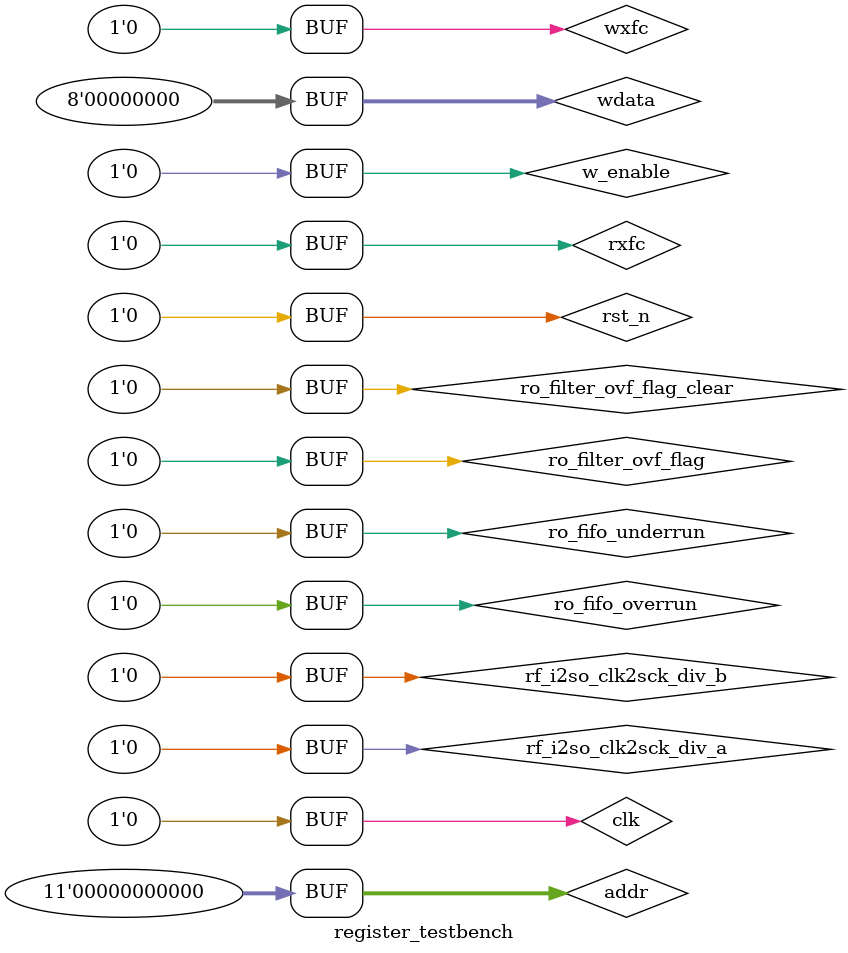
<source format=v>
`timescale 1ns / 1ps


module register_testbench;

	// Inputs
	reg rst_n;
	reg clk;
	reg [10:0] addr;
	reg [7:0] wdata;
	reg w_enable;
	reg wxfc;
	reg rxfc;
	reg ro_i2c_reg_indir_data;
	reg ro_fifo_underrun;
	reg ro_fifo_overrun;
	reg ro_filter_ovf_flag;
	reg ro_filter_ovf_flag_clear;
	reg rf_i2so_clk2sck_div_a;
	reg rf_i2so_clk2sck_div_b;

	// Outputs
	wire [7:0] rdata;
	wire rf_soft_reset;
	wire rf_i2si_bist_en;
	wire rf_filter_shift;
	wire rf_filter_clip_en;
	wire trig_fifo_overrun;
	wire trig_fifo_underrun;
	wire rf_i2si_bist_start_val_a;
	wire rf_i2si_bist_start_val_b;
	wire rf_i2si_bist_incr;
	wire rf_i2si_bist_upper_limit_a;
	wire rf_i2si_bist_upper_limit_b;
	wire rf_filter_coeff0_a;
	wire rf_filter_coeff0_b;
	wire rf_filter_coeff1_a;
	wire rf_filter_coeff1_b;
	wire rf_filter_coeff2_a;
	wire rf_filter_coeff2_b;
	wire rf_filter_coeff3_a;
	wire rf_filter_coeff3_b;
	wire rf_filter_coeff4_a;
	wire rf_filter_coeff4_b;
	wire rf_filter_coeff5_a;
	wire rf_filter_coeff5_b;
	wire rf_filter_coeff6_a;
	wire rf_filter_coeff6_b;
	wire rf_filter_coeff7_a;
	wire rf_filter_coeff7_b;
	wire rf_filter_coeff8_a;
	wire rf_filter_coeff8_b;
	wire rf_filter_coeff9_a;
	wire rf_filter_coeff9_b;
	wire rf_filter_coeff10_a;
	wire rf_filter_coeff10_b;
	wire rf_filter_coeff11_a;
	wire rf_filter_coeff11_b;
	wire rf_filter_coeff12_a;
	wire rf_filter_coeff12_b;
	wire rf_filter_coeff13_a;
	wire rf_filter_coeff13_b;
	wire rf_filter_coeff14_a;
	wire rf_filter_coeff14_b;
	wire rf_filter_coeff15_a;
	wire rf_filter_coeff15_b;
	wire rf_filter_coeff16_a;
	wire rf_filter_coeff16_b;
	wire rf_filter_coeff17_a;
	wire rf_filter_coeff17_b;
	wire rf_filter_coeff18_a;
	wire rf_filter_coeff18_b;
	wire rf_filter_coeff19_a;
	wire rf_filter_coeff19_b;
	wire rf_filter_coeff20_a;
	wire rf_filter_coeff20_b;
	wire rf_filter_coeff21_a;
	wire rf_filter_coeff21_b;
	wire rf_filter_coeff22_a;
	wire rf_filter_coeff22_b;
	wire rf_filter_coeff23_a;
	wire rf_filter_coeff23_b;
	wire rf_filter_coeff24_a;
	wire rf_filter_coeff24_b;
	wire rf_filter_coeff25_a;
	wire rf_filter_coeff25_b;
	wire rf_filter_coeff26_a;
	wire rf_filter_coeff26_b;
	wire rf_filter_coeff27_a;
	wire rf_filter_coeff27_b;
	wire rf_filter_coeff28_a;
	wire rf_filter_coeff28_b;
	wire rf_filter_coeff29_a;
	wire rf_filter_coeff29_b;
	wire rf_filter_coeff30_a;
	wire rf_filter_coeff30_b;
	wire rf_filter_coeff31_a;
	wire rf_filter_coeff31_b;
	wire rf_filter_coeff32_a;
	wire rf_filter_coeff32_b;
	wire rf_filter_coeff33_a;
	wire rf_filter_coeff33_b;
	wire rf_filter_coeff34_a;
	wire rf_filter_coeff34_b;
	wire rf_filter_coeff35_a;
	wire rf_filter_coeff35_b;
	wire rf_filter_coeff36_a;
	wire rf_filter_coeff36_b;
	wire rf_filter_coeff37_a;
	wire rf_filter_coeff37_b;
	wire rf_filter_coeff38_a;
	wire rf_filter_coeff38_b;
	wire rf_filter_coeff39_a;
	wire rf_filter_coeff39_b;
	wire rf_filter_coeff40_a;
	wire rf_filter_coeff40_b;
	wire rf_filter_coeff41_a;
	wire rf_filter_coeff41_b;
	wire rf_filter_coeff42_a;
	wire rf_filter_coeff42_b;
	wire rf_filter_coeff43_a;
	wire rf_filter_coeff43_b;
	wire rf_filter_coeff44_a;
	wire rf_filter_coeff44_b;
	wire rf_filter_coeff45_a;
	wire rf_filter_coeff45_b;
	wire rf_filter_coeff46_a;
	wire rf_filter_coeff46_b;
	wire rf_filter_coeff47_a;
	wire rf_filter_coeff47_b;
	wire rf_filter_coeff48_a;
	wire rf_filter_coeff48_b;
	wire rf_filter_coeff49_a;
	wire rf_filter_coeff49_b;
	wire rf_filter_coeff50_a;
	wire rf_filter_coeff50_b;
	wire rf_filter_coeff51_a;
	wire rf_filter_coeff51_b;
	wire rf_filter_coeff52_a;
	wire rf_filter_coeff52_b;
	wire rf_filter_coeff53_a;
	wire rf_filter_coeff53_b;
	wire rf_filter_coeff54_a;
	wire rf_filter_coeff54_b;
	wire rf_filter_coeff55_a;
	wire rf_filter_coeff55_b;
	wire rf_filter_coeff56_a;
	wire rf_filter_coeff56_b;
	wire rf_filter_coeff57_a;
	wire rf_filter_coeff57_b;
	wire rf_filter_coeff58_a;
	wire rf_filter_coeff58_b;
	wire rf_filter_coeff59_a;
	wire rf_filter_coeff59_b;
	wire rf_filter_coeff60_a;
	wire rf_filter_coeff60_b;
	wire rf_filter_coeff61_a;
	wire rf_filter_coeff61_b;
	wire rf_filter_coeff62_a;
	wire rf_filter_coeff62_b;
	wire rf_filter_coeff63_a;
	wire rf_filter_coeff63_b;
	wire rf_filter_coeff64_a;
	wire rf_filter_coeff64_b;
	wire rf_filter_coeff65_a;
	wire rf_filter_coeff65_b;
	wire rf_filter_coeff66_a;
	wire rf_filter_coeff66_b;
	wire rf_filter_coeff67_a;
	wire rf_filter_coeff67_b;
	wire rf_filter_coeff68_a;
	wire rf_filter_coeff68_b;
	wire rf_filter_coeff69_a;
	wire rf_filter_coeff69_b;
	wire rf_filter_coeff70_a;
	wire rf_filter_coeff70_b;
	wire rf_filter_coeff71_a;
	wire rf_filter_coeff71_b;
	wire rf_filter_coeff72_a;
	wire rf_filter_coeff72_b;
	wire rf_filter_coeff73_a;
	wire rf_filter_coeff73_b;
	wire rf_filter_coeff74_a;
	wire rf_filter_coeff74_b;
	wire rf_filter_coeff75_a;
	wire rf_filter_coeff75_b;
	wire rf_filter_coeff76_a;
	wire rf_filter_coeff76_b;
	wire rf_filter_coeff77_a;
	wire rf_filter_coeff77_b;
	wire rf_filter_coeff78_a;
	wire rf_filter_coeff78_b;
	wire rf_filter_coeff79_a;
	wire rf_filter_coeff79_b;
	wire rf_filter_coeff80_a;
	wire rf_filter_coeff80_b;
	wire rf_filter_coeff81_a;
	wire rf_filter_coeff81_b;
	wire rf_filter_coeff82_a;
	wire rf_filter_coeff82_b;
	wire rf_filter_coeff83_a;
	wire rf_filter_coeff83_b;
	wire rf_filter_coeff84_a;
	wire rf_filter_coeff84_b;
	wire rf_filter_coeff85_a;
	wire rf_filter_coeff85_b;
	wire rf_filter_coeff86_a;
	wire rf_filter_coeff86_b;
	wire rf_filter_coeff87_a;
	wire rf_filter_coeff87_b;
	wire rf_filter_coeff88_a;
	wire rf_filter_coeff88_b;
	wire rf_filter_coeff89_a;
	wire rf_filter_coeff89_b;
	wire rf_filter_coeff90_a;
	wire rf_filter_coeff90_b;
	wire rf_filter_coeff91_a;
	wire rf_filter_coeff91_b;
	wire rf_filter_coeff92_a;
	wire rf_filter_coeff92_b;
	wire rf_filter_coeff93_a;
	wire rf_filter_coeff93_b;
	wire rf_filter_coeff94_a;
	wire rf_filter_coeff94_b;
	wire rf_filter_coeff95_a;
	wire rf_filter_coeff95_b;
	wire rf_filter_coeff96_a;
	wire rf_filter_coeff96_b;
	wire rf_filter_coeff97_a;
	wire rf_filter_coeff97_b;
	wire rf_filter_coeff98_a;
	wire rf_filter_coeff98_b;
	wire rf_filter_coeff99_a;
	wire rf_filter_coeff99_b;
	wire rf_filter_coeff100_a;
	wire rf_filter_coeff100_b;
	wire rf_filter_coeff101_a;
	wire rf_filter_coeff101_b;
	wire rf_filter_coeff102_a;
	wire rf_filter_coeff102_b;
	wire rf_filter_coeff103_a;
	wire rf_filter_coeff103_b;
	wire rf_filter_coeff104_a;
	wire rf_filter_coeff104_b;
	wire rf_filter_coeff105_a;
	wire rf_filter_coeff105_b;
	wire rf_filter_coeff106_a;
	wire rf_filter_coeff106_b;
	wire rf_filter_coeff107_a;
	wire rf_filter_coeff107_b;
	wire rf_filter_coeff108_a;
	wire rf_filter_coeff108_b;
	wire rf_filter_coeff109_a;
	wire rf_filter_coeff109_b;
	wire rf_filter_coeff110_a;
	wire rf_filter_coeff110_b;
	wire rf_filter_coeff111_a;
	wire rf_filter_coeff111_b;
	wire rf_filter_coeff112_a;
	wire rf_filter_coeff112_b;
	wire rf_filter_coeff113_a;
	wire rf_filter_coeff113_b;
	wire rf_filter_coeff114_a;
	wire rf_filter_coeff114_b;
	wire rf_filter_coeff115_a;
	wire rf_filter_coeff115_b;
	wire rf_filter_coeff116_a;
	wire rf_filter_coeff116_b;
	wire rf_filter_coeff117_a;
	wire rf_filter_coeff117_b;
	wire rf_filter_coeff118_a;
	wire rf_filter_coeff118_b;
	wire rf_filter_coeff119_a;
	wire rf_filter_coeff119_b;
	wire rf_filter_coeff120_a;
	wire rf_filter_coeff120_b;
	wire rf_filter_coeff121_a;
	wire rf_filter_coeff121_b;
	wire rf_filter_coeff122_a;
	wire rf_filter_coeff122_b;
	wire rf_filter_coeff123_a;
	wire rf_filter_coeff123_b;
	wire rf_filter_coeff124_a;
	wire rf_filter_coeff124_b;
	wire rf_filter_coeff125_a;
	wire rf_filter_coeff125_b;
	wire rf_filter_coeff126_a;
	wire rf_filter_coeff126_b;
	wire rf_filter_coeff127_a;
	wire rf_filter_coeff127_b;
	wire rf_filter_coeff128_a;
	wire rf_filter_coeff128_b;
	wire rf_filter_coeff129_a;
	wire rf_filter_coeff129_b;
	wire rf_filter_coeff130_a;
	wire rf_filter_coeff130_b;
	wire rf_filter_coeff131_a;
	wire rf_filter_coeff131_b;
	wire rf_filter_coeff132_a;
	wire rf_filter_coeff132_b;
	wire rf_filter_coeff133_a;
	wire rf_filter_coeff133_b;
	wire rf_filter_coeff134_a;
	wire rf_filter_coeff134_b;
	wire rf_filter_coeff135_a;
	wire rf_filter_coeff135_b;
	wire rf_filter_coeff136_a;
	wire rf_filter_coeff136_b;
	wire rf_filter_coeff137_a;
	wire rf_filter_coeff137_b;
	wire rf_filter_coeff138_a;
	wire rf_filter_coeff138_b;
	wire rf_filter_coeff139_a;
	wire rf_filter_coeff139_b;
	wire rf_filter_coeff140_a;
	wire rf_filter_coeff140_b;
	wire rf_filter_coeff141_a;
	wire rf_filter_coeff141_b;
	wire rf_filter_coeff142_a;
	wire rf_filter_coeff142_b;
	wire rf_filter_coeff143_a;
	wire rf_filter_coeff143_b;
	wire rf_filter_coeff144_a;
	wire rf_filter_coeff144_b;
	wire rf_filter_coeff145_a;
	wire rf_filter_coeff145_b;
	wire rf_filter_coeff146_a;
	wire rf_filter_coeff146_b;
	wire rf_filter_coeff147_a;
	wire rf_filter_coeff147_b;
	wire rf_filter_coeff148_a;
	wire rf_filter_coeff148_b;
	wire rf_filter_coeff149_a;
	wire rf_filter_coeff149_b;
	wire rf_filter_coeff150_a;
	wire rf_filter_coeff150_b;
	wire rf_filter_coeff151_a;
	wire rf_filter_coeff151_b;
	wire rf_filter_coeff152_a;
	wire rf_filter_coeff152_b;
	wire rf_filter_coeff153_a;
	wire rf_filter_coeff153_b;
	wire rf_filter_coeff154_a;
	wire rf_filter_coeff154_b;
	wire rf_filter_coeff155_a;
	wire rf_filter_coeff155_b;
	wire rf_filter_coeff156_a;
	wire rf_filter_coeff156_b;
	wire rf_filter_coeff157_a;
	wire rf_filter_coeff157_b;
	wire rf_filter_coeff158_a;
	wire rf_filter_coeff158_b;
	wire rf_filter_coeff159_a;
	wire rf_filter_coeff159_b;
	wire rf_filter_coeff160_a;
	wire rf_filter_coeff160_b;
	wire rf_filter_coeff161_a;
	wire rf_filter_coeff161_b;
	wire rf_filter_coeff162_a;
	wire rf_filter_coeff162_b;
	wire rf_filter_coeff163_a;
	wire rf_filter_coeff163_b;
	wire rf_filter_coeff164_a;
	wire rf_filter_coeff164_b;
	wire rf_filter_coeff165_a;
	wire rf_filter_coeff165_b;
	wire rf_filter_coeff166_a;
	wire rf_filter_coeff166_b;
	wire rf_filter_coeff167_a;
	wire rf_filter_coeff167_b;
	wire rf_filter_coeff168_a;
	wire rf_filter_coeff168_b;
	wire rf_filter_coeff169_a;
	wire rf_filter_coeff169_b;
	wire rf_filter_coeff170_a;
	wire rf_filter_coeff170_b;
	wire rf_filter_coeff171_a;
	wire rf_filter_coeff171_b;
	wire rf_filter_coeff172_a;
	wire rf_filter_coeff172_b;
	wire rf_filter_coeff173_a;
	wire rf_filter_coeff173_b;
	wire rf_filter_coeff174_a;
	wire rf_filter_coeff174_b;
	wire rf_filter_coeff175_a;
	wire rf_filter_coeff175_b;
	wire rf_filter_coeff176_a;
	wire rf_filter_coeff176_b;
	wire rf_filter_coeff177_a;
	wire rf_filter_coeff177_b;
	wire rf_filter_coeff178_a;
	wire rf_filter_coeff178_b;
	wire rf_filter_coeff179_a;
	wire rf_filter_coeff179_b;
	wire rf_filter_coeff180_a;
	wire rf_filter_coeff180_b;
	wire rf_filter_coeff181_a;
	wire rf_filter_coeff181_b;
	wire rf_filter_coeff182_a;
	wire rf_filter_coeff182_b;
	wire rf_filter_coeff183_a;
	wire rf_filter_coeff183_b;
	wire rf_filter_coeff184_a;
	wire rf_filter_coeff184_b;
	wire rf_filter_coeff185_a;
	wire rf_filter_coeff185_b;
	wire rf_filter_coeff186_a;
	wire rf_filter_coeff186_b;
	wire rf_filter_coeff187_a;
	wire rf_filter_coeff187_b;
	wire rf_filter_coeff188_a;
	wire rf_filter_coeff188_b;
	wire rf_filter_coeff189_a;
	wire rf_filter_coeff189_b;
	wire rf_filter_coeff190_a;
	wire rf_filter_coeff190_b;
	wire rf_filter_coeff191_a;
	wire rf_filter_coeff191_b;
	wire rf_filter_coeff192_a;
	wire rf_filter_coeff192_b;
	wire rf_filter_coeff193_a;
	wire rf_filter_coeff193_b;
	wire rf_filter_coeff194_a;
	wire rf_filter_coeff194_b;
	wire rf_filter_coeff195_a;
	wire rf_filter_coeff195_b;
	wire rf_filter_coeff196_a;
	wire rf_filter_coeff196_b;
	wire rf_filter_coeff197_a;
	wire rf_filter_coeff197_b;
	wire rf_filter_coeff198_a;
	wire rf_filter_coeff198_b;
	wire rf_filter_coeff199_a;
	wire rf_filter_coeff199_b;
	wire rf_filter_coeff200_a;
	wire rf_filter_coeff200_b;
	wire rf_filter_coeff201_a;
	wire rf_filter_coeff201_b;
	wire rf_filter_coeff202_a;
	wire rf_filter_coeff202_b;
	wire rf_filter_coeff203_a;
	wire rf_filter_coeff203_b;
	wire rf_filter_coeff204_a;
	wire rf_filter_coeff204_b;
	wire rf_filter_coeff205_a;
	wire rf_filter_coeff205_b;
	wire rf_filter_coeff206_a;
	wire rf_filter_coeff206_b;
	wire rf_filter_coeff207_a;
	wire rf_filter_coeff207_b;
	wire rf_filter_coeff208_a;
	wire rf_filter_coeff208_b;
	wire rf_filter_coeff209_a;
	wire rf_filter_coeff209_b;
	wire rf_filter_coeff210_a;
	wire rf_filter_coeff210_b;
	wire rf_filter_coeff211_a;
	wire rf_filter_coeff211_b;
	wire rf_filter_coeff212_a;
	wire rf_filter_coeff212_b;
	wire rf_filter_coeff213_a;
	wire rf_filter_coeff213_b;
	wire rf_filter_coeff214_a;
	wire rf_filter_coeff214_b;
	wire rf_filter_coeff215_a;
	wire rf_filter_coeff215_b;
	wire rf_filter_coeff216_a;
	wire rf_filter_coeff216_b;
	wire rf_filter_coeff217_a;
	wire rf_filter_coeff217_b;
	wire rf_filter_coeff218_a;
	wire rf_filter_coeff218_b;
	wire rf_filter_coeff219_a;
	wire rf_filter_coeff219_b;
	wire rf_filter_coeff220_a;
	wire rf_filter_coeff220_b;
	wire rf_filter_coeff221_a;
	wire rf_filter_coeff221_b;
	wire rf_filter_coeff222_a;
	wire rf_filter_coeff222_b;
	wire rf_filter_coeff223_a;
	wire rf_filter_coeff223_b;
	wire rf_filter_coeff224_a;
	wire rf_filter_coeff224_b;
	wire rf_filter_coeff225_a;
	wire rf_filter_coeff225_b;
	wire rf_filter_coeff226_a;
	wire rf_filter_coeff226_b;
	wire rf_filter_coeff227_a;
	wire rf_filter_coeff227_b;
	wire rf_filter_coeff228_a;
	wire rf_filter_coeff228_b;
	wire rf_filter_coeff229_a;
	wire rf_filter_coeff229_b;
	wire rf_filter_coeff230_a;
	wire rf_filter_coeff230_b;
	wire rf_filter_coeff231_a;
	wire rf_filter_coeff231_b;
	wire rf_filter_coeff232_a;
	wire rf_filter_coeff232_b;
	wire rf_filter_coeff233_a;
	wire rf_filter_coeff233_b;
	wire rf_filter_coeff234_a;
	wire rf_filter_coeff234_b;
	wire rf_filter_coeff235_a;
	wire rf_filter_coeff235_b;
	wire rf_filter_coeff236_a;
	wire rf_filter_coeff236_b;
	wire rf_filter_coeff237_a;
	wire rf_filter_coeff237_b;
	wire rf_filter_coeff238_a;
	wire rf_filter_coeff238_b;
	wire rf_filter_coeff239_a;
	wire rf_filter_coeff239_b;
	wire rf_filter_coeff240_a;
	wire rf_filter_coeff240_b;
	wire rf_filter_coeff241_a;
	wire rf_filter_coeff241_b;
	wire rf_filter_coeff242_a;
	wire rf_filter_coeff242_b;
	wire rf_filter_coeff243_a;
	wire rf_filter_coeff243_b;
	wire rf_filter_coeff244_a;
	wire rf_filter_coeff244_b;
	wire rf_filter_coeff245_a;
	wire rf_filter_coeff245_b;
	wire rf_filter_coeff246_a;
	wire rf_filter_coeff246_b;
	wire rf_filter_coeff247_a;
	wire rf_filter_coeff247_b;
	wire rf_filter_coeff248_a;
	wire rf_filter_coeff248_b;
	wire rf_filter_coeff249_a;
	wire rf_filter_coeff249_b;
	wire rf_filter_coeff250_a;
	wire rf_filter_coeff250_b;
	wire rf_filter_coeff251_a;
	wire rf_filter_coeff251_b;
	wire rf_filter_coeff252_a;
	wire rf_filter_coeff252_b;
	wire rf_filter_coeff253_a;
	wire rf_filter_coeff253_b;
	wire rf_filter_coeff254_a;
	wire rf_filter_coeff254_b;
	wire rf_filter_coeff255_a;
	wire rf_filter_coeff255_b;
	wire rf_filter_coeff256_a;
	wire rf_filter_coeff256_b;
	wire rf_filter_coeff257_a;
	wire rf_filter_coeff257_b;
	wire rf_filter_coeff258_a;
	wire rf_filter_coeff258_b;
	wire rf_filter_coeff259_a;
	wire rf_filter_coeff259_b;
	wire rf_filter_coeff260_a;
	wire rf_filter_coeff260_b;
	wire rf_filter_coeff261_a;
	wire rf_filter_coeff261_b;
	wire rf_filter_coeff262_a;
	wire rf_filter_coeff262_b;
	wire rf_filter_coeff263_a;
	wire rf_filter_coeff263_b;
	wire rf_filter_coeff264_a;
	wire rf_filter_coeff264_b;
	wire rf_filter_coeff265_a;
	wire rf_filter_coeff265_b;
	wire rf_filter_coeff266_a;
	wire rf_filter_coeff266_b;
	wire rf_filter_coeff267_a;
	wire rf_filter_coeff267_b;
	wire rf_filter_coeff268_a;
	wire rf_filter_coeff268_b;
	wire rf_filter_coeff269_a;
	wire rf_filter_coeff269_b;
	wire rf_filter_coeff270_a;
	wire rf_filter_coeff270_b;
	wire rf_filter_coeff271_a;
	wire rf_filter_coeff271_b;
	wire rf_filter_coeff272_a;
	wire rf_filter_coeff272_b;
	wire rf_filter_coeff273_a;
	wire rf_filter_coeff273_b;
	wire rf_filter_coeff274_a;
	wire rf_filter_coeff274_b;
	wire rf_filter_coeff275_a;
	wire rf_filter_coeff275_b;
	wire rf_filter_coeff276_a;
	wire rf_filter_coeff276_b;
	wire rf_filter_coeff277_a;
	wire rf_filter_coeff277_b;
	wire rf_filter_coeff278_a;
	wire rf_filter_coeff278_b;
	wire rf_filter_coeff279_a;
	wire rf_filter_coeff279_b;
	wire rf_filter_coeff280_a;
	wire rf_filter_coeff280_b;
	wire rf_filter_coeff281_a;
	wire rf_filter_coeff281_b;
	wire rf_filter_coeff282_a;
	wire rf_filter_coeff282_b;
	wire rf_filter_coeff283_a;
	wire rf_filter_coeff283_b;
	wire rf_filter_coeff284_a;
	wire rf_filter_coeff284_b;
	wire rf_filter_coeff285_a;
	wire rf_filter_coeff285_b;
	wire rf_filter_coeff286_a;
	wire rf_filter_coeff286_b;
	wire rf_filter_coeff287_a;
	wire rf_filter_coeff287_b;
	wire rf_filter_coeff288_a;
	wire rf_filter_coeff288_b;
	wire rf_filter_coeff289_a;
	wire rf_filter_coeff289_b;
	wire rf_filter_coeff290_a;
	wire rf_filter_coeff290_b;
	wire rf_filter_coeff291_a;
	wire rf_filter_coeff291_b;
	wire rf_filter_coeff292_a;
	wire rf_filter_coeff292_b;
	wire rf_filter_coeff293_a;
	wire rf_filter_coeff293_b;
	wire rf_filter_coeff294_a;
	wire rf_filter_coeff294_b;
	wire rf_filter_coeff295_a;
	wire rf_filter_coeff295_b;
	wire rf_filter_coeff296_a;
	wire rf_filter_coeff296_b;
	wire rf_filter_coeff297_a;
	wire rf_filter_coeff297_b;
	wire rf_filter_coeff298_a;
	wire rf_filter_coeff298_b;
	wire rf_filter_coeff299_a;
	wire rf_filter_coeff299_b;
	wire rf_filter_coeff300_a;
	wire rf_filter_coeff300_b;
	wire rf_filter_coeff301_a;
	wire rf_filter_coeff301_b;
	wire rf_filter_coeff302_a;
	wire rf_filter_coeff302_b;
	wire rf_filter_coeff303_a;
	wire rf_filter_coeff303_b;
	wire rf_filter_coeff304_a;
	wire rf_filter_coeff304_b;
	wire rf_filter_coeff305_a;
	wire rf_filter_coeff305_b;
	wire rf_filter_coeff306_a;
	wire rf_filter_coeff306_b;
	wire rf_filter_coeff307_a;
	wire rf_filter_coeff307_b;
	wire rf_filter_coeff308_a;
	wire rf_filter_coeff308_b;
	wire rf_filter_coeff309_a;
	wire rf_filter_coeff309_b;
	wire rf_filter_coeff310_a;
	wire rf_filter_coeff310_b;
	wire rf_filter_coeff311_a;
	wire rf_filter_coeff311_b;
	wire rf_filter_coeff312_a;
	wire rf_filter_coeff312_b;
	wire rf_filter_coeff313_a;
	wire rf_filter_coeff313_b;
	wire rf_filter_coeff314_a;
	wire rf_filter_coeff314_b;
	wire rf_filter_coeff315_a;
	wire rf_filter_coeff315_b;
	wire rf_filter_coeff316_a;
	wire rf_filter_coeff316_b;
	wire rf_filter_coeff317_a;
	wire rf_filter_coeff317_b;
	wire rf_filter_coeff318_a;
	wire rf_filter_coeff318_b;
	wire rf_filter_coeff319_a;
	wire rf_filter_coeff319_b;
	wire rf_filter_coeff320_a;
	wire rf_filter_coeff320_b;
	wire rf_filter_coeff321_a;
	wire rf_filter_coeff321_b;
	wire rf_filter_coeff322_a;
	wire rf_filter_coeff322_b;
	wire rf_filter_coeff323_a;
	wire rf_filter_coeff323_b;
	wire rf_filter_coeff324_a;
	wire rf_filter_coeff324_b;
	wire rf_filter_coeff325_a;
	wire rf_filter_coeff325_b;
	wire rf_filter_coeff326_a;
	wire rf_filter_coeff326_b;
	wire rf_filter_coeff327_a;
	wire rf_filter_coeff327_b;
	wire rf_filter_coeff328_a;
	wire rf_filter_coeff328_b;
	wire rf_filter_coeff329_a;
	wire rf_filter_coeff329_b;
	wire rf_filter_coeff330_a;
	wire rf_filter_coeff330_b;
	wire rf_filter_coeff331_a;
	wire rf_filter_coeff331_b;
	wire rf_filter_coeff332_a;
	wire rf_filter_coeff332_b;
	wire rf_filter_coeff333_a;
	wire rf_filter_coeff333_b;
	wire rf_filter_coeff334_a;
	wire rf_filter_coeff334_b;
	wire rf_filter_coeff335_a;
	wire rf_filter_coeff335_b;
	wire rf_filter_coeff336_a;
	wire rf_filter_coeff336_b;
	wire rf_filter_coeff337_a;
	wire rf_filter_coeff337_b;
	wire rf_filter_coeff338_a;
	wire rf_filter_coeff338_b;
	wire rf_filter_coeff339_a;
	wire rf_filter_coeff339_b;
	wire rf_filter_coeff340_a;
	wire rf_filter_coeff340_b;
	wire rf_filter_coeff341_a;
	wire rf_filter_coeff341_b;
	wire rf_filter_coeff342_a;
	wire rf_filter_coeff342_b;
	wire rf_filter_coeff343_a;
	wire rf_filter_coeff343_b;
	wire rf_filter_coeff344_a;
	wire rf_filter_coeff344_b;
	wire rf_filter_coeff345_a;
	wire rf_filter_coeff345_b;
	wire rf_filter_coeff346_a;
	wire rf_filter_coeff346_b;
	wire rf_filter_coeff347_a;
	wire rf_filter_coeff347_b;
	wire rf_filter_coeff348_a;
	wire rf_filter_coeff348_b;
	wire rf_filter_coeff349_a;
	wire rf_filter_coeff349_b;
	wire rf_filter_coeff350_a;
	wire rf_filter_coeff350_b;
	wire rf_filter_coeff351_a;
	wire rf_filter_coeff351_b;
	wire rf_filter_coeff352_a;
	wire rf_filter_coeff352_b;
	wire rf_filter_coeff353_a;
	wire rf_filter_coeff353_b;
	wire rf_filter_coeff354_a;
	wire rf_filter_coeff354_b;
	wire rf_filter_coeff355_a;
	wire rf_filter_coeff355_b;
	wire rf_filter_coeff356_a;
	wire rf_filter_coeff356_b;
	wire rf_filter_coeff357_a;
	wire rf_filter_coeff357_b;
	wire rf_filter_coeff358_a;
	wire rf_filter_coeff358_b;
	wire rf_filter_coeff359_a;
	wire rf_filter_coeff359_b;
	wire rf_filter_coeff360_a;
	wire rf_filter_coeff360_b;
	wire rf_filter_coeff361_a;
	wire rf_filter_coeff361_b;
	wire rf_filter_coeff362_a;
	wire rf_filter_coeff362_b;
	wire rf_filter_coeff363_a;
	wire rf_filter_coeff363_b;
	wire rf_filter_coeff364_a;
	wire rf_filter_coeff364_b;
	wire rf_filter_coeff365_a;
	wire rf_filter_coeff365_b;
	wire rf_filter_coeff366_a;
	wire rf_filter_coeff366_b;
	wire rf_filter_coeff367_a;
	wire rf_filter_coeff367_b;
	wire rf_filter_coeff368_a;
	wire rf_filter_coeff368_b;
	wire rf_filter_coeff369_a;
	wire rf_filter_coeff369_b;
	wire rf_filter_coeff370_a;
	wire rf_filter_coeff370_b;
	wire rf_filter_coeff371_a;
	wire rf_filter_coeff371_b;
	wire rf_filter_coeff372_a;
	wire rf_filter_coeff372_b;
	wire rf_filter_coeff373_a;
	wire rf_filter_coeff373_b;
	wire rf_filter_coeff374_a;
	wire rf_filter_coeff374_b;
	wire rf_filter_coeff375_a;
	wire rf_filter_coeff375_b;
	wire rf_filter_coeff376_a;
	wire rf_filter_coeff376_b;
	wire rf_filter_coeff377_a;
	wire rf_filter_coeff377_b;
	wire rf_filter_coeff378_a;
	wire rf_filter_coeff378_b;
	wire rf_filter_coeff379_a;
	wire rf_filter_coeff379_b;
	wire rf_filter_coeff380_a;
	wire rf_filter_coeff380_b;
	wire rf_filter_coeff381_a;
	wire rf_filter_coeff381_b;
	wire rf_filter_coeff382_a;
	wire rf_filter_coeff382_b;
	wire rf_filter_coeff383_a;
	wire rf_filter_coeff383_b;
	wire rf_filter_coeff384_a;
	wire rf_filter_coeff384_b;
	wire rf_filter_coeff385_a;
	wire rf_filter_coeff385_b;
	wire rf_filter_coeff386_a;
	wire rf_filter_coeff386_b;
	wire rf_filter_coeff387_a;
	wire rf_filter_coeff387_b;
	wire rf_filter_coeff388_a;
	wire rf_filter_coeff388_b;
	wire rf_filter_coeff389_a;
	wire rf_filter_coeff389_b;
	wire rf_filter_coeff390_a;
	wire rf_filter_coeff390_b;
	wire rf_filter_coeff391_a;
	wire rf_filter_coeff391_b;
	wire rf_filter_coeff392_a;
	wire rf_filter_coeff392_b;
	wire rf_filter_coeff393_a;
	wire rf_filter_coeff393_b;
	wire rf_filter_coeff394_a;
	wire rf_filter_coeff394_b;
	wire rf_filter_coeff395_a;
	wire rf_filter_coeff395_b;
	wire rf_filter_coeff396_a;
	wire rf_filter_coeff396_b;
	wire rf_filter_coeff397_a;
	wire rf_filter_coeff397_b;
	wire rf_filter_coeff398_a;
	wire rf_filter_coeff398_b;
	wire rf_filter_coeff399_a;
	wire rf_filter_coeff399_b;
	wire rf_filter_coeff400_a;
	wire rf_filter_coeff400_b;
	wire rf_filter_coeff401_a;
	wire rf_filter_coeff401_b;
	wire rf_filter_coeff402_a;
	wire rf_filter_coeff402_b;
	wire rf_filter_coeff403_a;
	wire rf_filter_coeff403_b;
	wire rf_filter_coeff404_a;
	wire rf_filter_coeff404_b;
	wire rf_filter_coeff405_a;
	wire rf_filter_coeff405_b;
	wire rf_filter_coeff406_a;
	wire rf_filter_coeff406_b;
	wire rf_filter_coeff407_a;
	wire rf_filter_coeff407_b;
	wire rf_filter_coeff408_a;
	wire rf_filter_coeff408_b;
	wire rf_filter_coeff409_a;
	wire rf_filter_coeff409_b;
	wire rf_filter_coeff410_a;
	wire rf_filter_coeff410_b;
	wire rf_filter_coeff411_a;
	wire rf_filter_coeff411_b;
	wire rf_filter_coeff412_a;
	wire rf_filter_coeff412_b;
	wire rf_filter_coeff413_a;
	wire rf_filter_coeff413_b;
	wire rf_filter_coeff414_a;
	wire rf_filter_coeff414_b;
	wire rf_filter_coeff415_a;
	wire rf_filter_coeff415_b;
	wire rf_filter_coeff416_a;
	wire rf_filter_coeff416_b;
	wire rf_filter_coeff417_a;
	wire rf_filter_coeff417_b;
	wire rf_filter_coeff418_a;
	wire rf_filter_coeff418_b;
	wire rf_filter_coeff419_a;
	wire rf_filter_coeff419_b;
	wire rf_filter_coeff420_a;
	wire rf_filter_coeff420_b;
	wire rf_filter_coeff421_a;
	wire rf_filter_coeff421_b;
	wire rf_filter_coeff422_a;
	wire rf_filter_coeff422_b;
	wire rf_filter_coeff423_a;
	wire rf_filter_coeff423_b;
	wire rf_filter_coeff424_a;
	wire rf_filter_coeff424_b;
	wire rf_filter_coeff425_a;
	wire rf_filter_coeff425_b;
	wire rf_filter_coeff426_a;
	wire rf_filter_coeff426_b;
	wire rf_filter_coeff427_a;
	wire rf_filter_coeff427_b;
	wire rf_filter_coeff428_a;
	wire rf_filter_coeff428_b;
	wire rf_filter_coeff429_a;
	wire rf_filter_coeff429_b;
	wire rf_filter_coeff430_a;
	wire rf_filter_coeff430_b;
	wire rf_filter_coeff431_a;
	wire rf_filter_coeff431_b;
	wire rf_filter_coeff432_a;
	wire rf_filter_coeff432_b;
	wire rf_filter_coeff433_a;
	wire rf_filter_coeff433_b;
	wire rf_filter_coeff434_a;
	wire rf_filter_coeff434_b;
	wire rf_filter_coeff435_a;
	wire rf_filter_coeff435_b;
	wire rf_filter_coeff436_a;
	wire rf_filter_coeff436_b;
	wire rf_filter_coeff437_a;
	wire rf_filter_coeff437_b;
	wire rf_filter_coeff438_a;
	wire rf_filter_coeff438_b;
	wire rf_filter_coeff439_a;
	wire rf_filter_coeff439_b;
	wire rf_filter_coeff440_a;
	wire rf_filter_coeff440_b;
	wire rf_filter_coeff441_a;
	wire rf_filter_coeff441_b;
	wire rf_filter_coeff442_a;
	wire rf_filter_coeff442_b;
	wire rf_filter_coeff443_a;
	wire rf_filter_coeff443_b;
	wire rf_filter_coeff444_a;
	wire rf_filter_coeff444_b;
	wire rf_filter_coeff445_a;
	wire rf_filter_coeff445_b;
	wire rf_filter_coeff446_a;
	wire rf_filter_coeff446_b;
	wire rf_filter_coeff447_a;
	wire rf_filter_coeff447_b;
	wire rf_filter_coeff448_a;
	wire rf_filter_coeff448_b;
	wire rf_filter_coeff449_a;
	wire rf_filter_coeff449_b;
	wire rf_filter_coeff450_a;
	wire rf_filter_coeff450_b;
	wire rf_filter_coeff451_a;
	wire rf_filter_coeff451_b;
	wire rf_filter_coeff452_a;
	wire rf_filter_coeff452_b;
	wire rf_filter_coeff453_a;
	wire rf_filter_coeff453_b;
	wire rf_filter_coeff454_a;
	wire rf_filter_coeff454_b;
	wire rf_filter_coeff455_a;
	wire rf_filter_coeff455_b;
	wire rf_filter_coeff456_a;
	wire rf_filter_coeff456_b;
	wire rf_filter_coeff457_a;
	wire rf_filter_coeff457_b;
	wire rf_filter_coeff458_a;
	wire rf_filter_coeff458_b;
	wire rf_filter_coeff459_a;
	wire rf_filter_coeff459_b;
	wire rf_filter_coeff460_a;
	wire rf_filter_coeff460_b;
	wire rf_filter_coeff461_a;
	wire rf_filter_coeff461_b;
	wire rf_filter_coeff462_a;
	wire rf_filter_coeff462_b;
	wire rf_filter_coeff463_a;
	wire rf_filter_coeff463_b;
	wire rf_filter_coeff464_a;
	wire rf_filter_coeff464_b;
	wire rf_filter_coeff465_a;
	wire rf_filter_coeff465_b;
	wire rf_filter_coeff466_a;
	wire rf_filter_coeff466_b;
	wire rf_filter_coeff467_a;
	wire rf_filter_coeff467_b;
	wire rf_filter_coeff468_a;
	wire rf_filter_coeff468_b;
	wire rf_filter_coeff469_a;
	wire rf_filter_coeff469_b;
	wire rf_filter_coeff470_a;
	wire rf_filter_coeff470_b;
	wire rf_filter_coeff471_a;
	wire rf_filter_coeff471_b;
	wire rf_filter_coeff472_a;
	wire rf_filter_coeff472_b;
	wire rf_filter_coeff473_a;
	wire rf_filter_coeff473_b;
	wire rf_filter_coeff474_a;
	wire rf_filter_coeff474_b;
	wire rf_filter_coeff475_a;
	wire rf_filter_coeff475_b;
	wire rf_filter_coeff476_a;
	wire rf_filter_coeff476_b;
	wire rf_filter_coeff477_a;
	wire rf_filter_coeff477_b;
	wire rf_filter_coeff478_a;
	wire rf_filter_coeff478_b;
	wire rf_filter_coeff479_a;
	wire rf_filter_coeff479_b;
	wire rf_filter_coeff480_a;
	wire rf_filter_coeff480_b;
	wire rf_filter_coeff481_a;
	wire rf_filter_coeff481_b;
	wire rf_filter_coeff482_a;
	wire rf_filter_coeff482_b;
	wire rf_filter_coeff483_a;
	wire rf_filter_coeff483_b;
	wire rf_filter_coeff484_a;
	wire rf_filter_coeff484_b;
	wire rf_filter_coeff485_a;
	wire rf_filter_coeff485_b;
	wire rf_filter_coeff486_a;
	wire rf_filter_coeff486_b;
	wire rf_filter_coeff487_a;
	wire rf_filter_coeff487_b;
	wire rf_filter_coeff488_a;
	wire rf_filter_coeff488_b;
	wire rf_filter_coeff489_a;
	wire rf_filter_coeff489_b;
	wire rf_filter_coeff490_a;
	wire rf_filter_coeff490_b;
	wire rf_filter_coeff491_a;
	wire rf_filter_coeff491_b;
	wire rf_filter_coeff492_a;
	wire rf_filter_coeff492_b;
	wire rf_filter_coeff493_a;
	wire rf_filter_coeff493_b;
	wire rf_filter_coeff494_a;
	wire rf_filter_coeff494_b;
	wire rf_filter_coeff495_a;
	wire rf_filter_coeff495_b;
	wire rf_filter_coeff496_a;
	wire rf_filter_coeff496_b;
	wire rf_filter_coeff497_a;
	wire rf_filter_coeff497_b;
	wire rf_filter_coeff498_a;
	wire rf_filter_coeff498_b;
	wire rf_filter_coeff499_a;
	wire rf_filter_coeff499_b;
	wire rf_filter_coeff500_a;
	wire rf_filter_coeff500_b;
	wire rf_filter_coeff501_a;
	wire rf_filter_coeff501_b;
	wire rf_filter_coeff502_a;
	wire rf_filter_coeff502_b;
	wire rf_filter_coeff503_a;
	wire rf_filter_coeff503_b;
	wire rf_filter_coeff504_a;
	wire rf_filter_coeff504_b;
	wire rf_filter_coeff505_a;
	wire rf_filter_coeff505_b;
	wire rf_filter_coeff506_a;
	wire rf_filter_coeff506_b;
	wire rf_filter_coeff507_a;
	wire rf_filter_coeff507_b;
	wire rf_filter_coeff508_a;
	wire rf_filter_coeff508_b;
	wire rf_filter_coeff509_a;
	wire rf_filter_coeff509_b;
	wire rf_filter_coeff510_a;
	wire rf_filter_coeff510_b;
	wire rf_filter_coeff511_a;
	wire rf_filter_coeff511_b;

	// Instantiate the Unit Under Test (UUT)
	register uut (
		.rst_n(rst_n), 
		.clk(clk), 
		.addr(addr), 
		.wdata(wdata), 
		.w_enable(w_enable), 
		.wxfc(wxfc), 
		.rxfc(rxfc), 
		.ro_i2c_reg_indir_data(ro_i2c_reg_indir_data), 
		.ro_fifo_underrun(ro_fifo_underrun), 
		.ro_fifo_overrun(ro_fifo_overrun), 
		.rdata(rdata), 
		.rf_soft_reset(rf_soft_reset), 
		.rf_i2si_bist_en(rf_i2si_bist_en), 
		.rf_filter_shift(rf_filter_shift), 
		.rf_filter_clip_en(rf_filter_clip_en), 
		.rf_i2si_dec_factor(rf_i2si_dec_factor), 
		.rf_i2so_dec_factor(rf_i2so_dec_factor), 
		.rf_i2so_clk2sck_div_a(rf_i2so_clk2sck_div_a), 
		.rf_i2so_clk2sck_div_b(rf_i2so_clk2sck_div_b), 
		.trig_fifo_overrun(trig_fifo_overrun), 
		.trig_fifo_underrun(trig_fifo_underrun), 
		.rf_i2si_bist_start_val_a(rf_i2si_bist_start_val_a), 
		.rf_i2si_bist_start_val_b(rf_i2si_bist_start_val_b), 
		.rf_i2si_bist_incr(rf_i2si_bist_incr), 
		.rf_i2si_bist_upper_limit_a(rf_i2si_bist_upper_limit_a), 
		.rf_i2si_bist_upper_limit_b(rf_i2si_bist_upper_limit_b), 
		.rf_i2c_reg_indir_addr_a(rf_i2c_reg_indir_addr_a), 
		.rf_i2c_reg_indir_addr_b(rf_i2c_reg_indir_addr_b), 
		.rf_filter_coeff0_a(rf_filter_coeff0_a), 
		.rf_filter_coeff0_b(rf_filter_coeff0_b), 
		.rf_filter_coeff1_a(rf_filter_coeff1_a), 
		.rf_filter_coeff1_b(rf_filter_coeff1_b), 
		.rf_filter_coeff2_a(rf_filter_coeff2_a), 
		.rf_filter_coeff2_b(rf_filter_coeff2_b), 
		.rf_filter_coeff3_a(rf_filter_coeff3_a), 
		.rf_filter_coeff3_b(rf_filter_coeff3_b), 
		.rf_filter_coeff4_a(rf_filter_coeff4_a), 
		.rf_filter_coeff4_b(rf_filter_coeff4_b), 
		.rf_filter_coeff5_a(rf_filter_coeff5_a), 
		.rf_filter_coeff5_b(rf_filter_coeff5_b), 
		.rf_filter_coeff6_a(rf_filter_coeff6_a), 
		.rf_filter_coeff6_b(rf_filter_coeff6_b), 
		.rf_filter_coeff7_a(rf_filter_coeff7_a), 
		.rf_filter_coeff7_b(rf_filter_coeff7_b), 
		.rf_filter_coeff8_a(rf_filter_coeff8_a), 
		.rf_filter_coeff8_b(rf_filter_coeff8_b), 
		.rf_filter_coeff9_a(rf_filter_coeff9_a), 
		.rf_filter_coeff9_b(rf_filter_coeff9_b), 
		.rf_filter_coeff10_a(rf_filter_coeff10_a), 
		.rf_filter_coeff10_b(rf_filter_coeff10_b), 
		.rf_filter_coeff11_a(rf_filter_coeff11_a), 
		.rf_filter_coeff11_b(rf_filter_coeff11_b), 
		.rf_filter_coeff12_a(rf_filter_coeff12_a), 
		.rf_filter_coeff12_b(rf_filter_coeff12_b), 
		.rf_filter_coeff13_a(rf_filter_coeff13_a), 
		.rf_filter_coeff13_b(rf_filter_coeff13_b), 
		.rf_filter_coeff14_a(rf_filter_coeff14_a), 
		.rf_filter_coeff14_b(rf_filter_coeff14_b), 
		.rf_filter_coeff15_a(rf_filter_coeff15_a), 
		.rf_filter_coeff15_b(rf_filter_coeff15_b), 
		.rf_filter_coeff16_a(rf_filter_coeff16_a), 
		.rf_filter_coeff16_b(rf_filter_coeff16_b), 
		.rf_filter_coeff17_a(rf_filter_coeff17_a), 
		.rf_filter_coeff17_b(rf_filter_coeff17_b), 
		.rf_filter_coeff18_a(rf_filter_coeff18_a), 
		.rf_filter_coeff18_b(rf_filter_coeff18_b), 
		.rf_filter_coeff19_a(rf_filter_coeff19_a), 
		.rf_filter_coeff19_b(rf_filter_coeff19_b), 
		.rf_filter_coeff20_a(rf_filter_coeff20_a), 
		.rf_filter_coeff20_b(rf_filter_coeff20_b), 
		.rf_filter_coeff21_a(rf_filter_coeff21_a), 
		.rf_filter_coeff21_b(rf_filter_coeff21_b), 
		.rf_filter_coeff22_a(rf_filter_coeff22_a), 
		.rf_filter_coeff22_b(rf_filter_coeff22_b), 
		.rf_filter_coeff23_a(rf_filter_coeff23_a), 
		.rf_filter_coeff23_b(rf_filter_coeff23_b), 
		.rf_filter_coeff24_a(rf_filter_coeff24_a), 
		.rf_filter_coeff24_b(rf_filter_coeff24_b), 
		.rf_filter_coeff25_a(rf_filter_coeff25_a), 
		.rf_filter_coeff25_b(rf_filter_coeff25_b), 
		.rf_filter_coeff26_a(rf_filter_coeff26_a), 
		.rf_filter_coeff26_b(rf_filter_coeff26_b), 
		.rf_filter_coeff27_a(rf_filter_coeff27_a), 
		.rf_filter_coeff27_b(rf_filter_coeff27_b), 
		.rf_filter_coeff28_a(rf_filter_coeff28_a), 
		.rf_filter_coeff28_b(rf_filter_coeff28_b), 
		.rf_filter_coeff29_a(rf_filter_coeff29_a), 
		.rf_filter_coeff29_b(rf_filter_coeff29_b), 
		.rf_filter_coeff30_a(rf_filter_coeff30_a), 
		.rf_filter_coeff30_b(rf_filter_coeff30_b), 
		.rf_filter_coeff31_a(rf_filter_coeff31_a), 
		.rf_filter_coeff31_b(rf_filter_coeff31_b), 
		.rf_filter_coeff32_a(rf_filter_coeff32_a), 
		.rf_filter_coeff32_b(rf_filter_coeff32_b), 
		.rf_filter_coeff33_a(rf_filter_coeff33_a), 
		.rf_filter_coeff33_b(rf_filter_coeff33_b), 
		.rf_filter_coeff34_a(rf_filter_coeff34_a), 
		.rf_filter_coeff34_b(rf_filter_coeff34_b), 
		.rf_filter_coeff35_a(rf_filter_coeff35_a), 
		.rf_filter_coeff35_b(rf_filter_coeff35_b), 
		.rf_filter_coeff36_a(rf_filter_coeff36_a), 
		.rf_filter_coeff36_b(rf_filter_coeff36_b), 
		.rf_filter_coeff37_a(rf_filter_coeff37_a), 
		.rf_filter_coeff37_b(rf_filter_coeff37_b), 
		.rf_filter_coeff38_a(rf_filter_coeff38_a), 
		.rf_filter_coeff38_b(rf_filter_coeff38_b), 
		.rf_filter_coeff39_a(rf_filter_coeff39_a), 
		.rf_filter_coeff39_b(rf_filter_coeff39_b), 
		.rf_filter_coeff40_a(rf_filter_coeff40_a), 
		.rf_filter_coeff40_b(rf_filter_coeff40_b), 
		.rf_filter_coeff41_a(rf_filter_coeff41_a), 
		.rf_filter_coeff41_b(rf_filter_coeff41_b), 
		.rf_filter_coeff42_a(rf_filter_coeff42_a), 
		.rf_filter_coeff42_b(rf_filter_coeff42_b), 
		.rf_filter_coeff43_a(rf_filter_coeff43_a), 
		.rf_filter_coeff43_b(rf_filter_coeff43_b), 
		.rf_filter_coeff44_a(rf_filter_coeff44_a), 
		.rf_filter_coeff44_b(rf_filter_coeff44_b), 
		.rf_filter_coeff45_a(rf_filter_coeff45_a), 
		.rf_filter_coeff45_b(rf_filter_coeff45_b), 
		.rf_filter_coeff46_a(rf_filter_coeff46_a), 
		.rf_filter_coeff46_b(rf_filter_coeff46_b), 
		.rf_filter_coeff47_a(rf_filter_coeff47_a), 
		.rf_filter_coeff47_b(rf_filter_coeff47_b), 
		.rf_filter_coeff48_a(rf_filter_coeff48_a), 
		.rf_filter_coeff48_b(rf_filter_coeff48_b), 
		.rf_filter_coeff49_a(rf_filter_coeff49_a), 
		.rf_filter_coeff49_b(rf_filter_coeff49_b), 
		.rf_filter_coeff50_a(rf_filter_coeff50_a), 
		.rf_filter_coeff50_b(rf_filter_coeff50_b), 
		.rf_filter_coeff51_a(rf_filter_coeff51_a), 
		.rf_filter_coeff51_b(rf_filter_coeff51_b), 
		.rf_filter_coeff52_a(rf_filter_coeff52_a), 
		.rf_filter_coeff52_b(rf_filter_coeff52_b), 
		.rf_filter_coeff53_a(rf_filter_coeff53_a), 
		.rf_filter_coeff53_b(rf_filter_coeff53_b), 
		.rf_filter_coeff54_a(rf_filter_coeff54_a), 
		.rf_filter_coeff54_b(rf_filter_coeff54_b), 
		.rf_filter_coeff55_a(rf_filter_coeff55_a), 
		.rf_filter_coeff55_b(rf_filter_coeff55_b), 
		.rf_filter_coeff56_a(rf_filter_coeff56_a), 
		.rf_filter_coeff56_b(rf_filter_coeff56_b), 
		.rf_filter_coeff57_a(rf_filter_coeff57_a), 
		.rf_filter_coeff57_b(rf_filter_coeff57_b), 
		.rf_filter_coeff58_a(rf_filter_coeff58_a), 
		.rf_filter_coeff58_b(rf_filter_coeff58_b), 
		.rf_filter_coeff59_a(rf_filter_coeff59_a), 
		.rf_filter_coeff59_b(rf_filter_coeff59_b), 
		.rf_filter_coeff60_a(rf_filter_coeff60_a), 
		.rf_filter_coeff60_b(rf_filter_coeff60_b), 
		.rf_filter_coeff61_a(rf_filter_coeff61_a), 
		.rf_filter_coeff61_b(rf_filter_coeff61_b), 
		.rf_filter_coeff62_a(rf_filter_coeff62_a), 
		.rf_filter_coeff62_b(rf_filter_coeff62_b), 
		.rf_filter_coeff63_a(rf_filter_coeff63_a), 
		.rf_filter_coeff63_b(rf_filter_coeff63_b), 
		.rf_filter_coeff64_a(rf_filter_coeff64_a), 
		.rf_filter_coeff64_b(rf_filter_coeff64_b), 
		.rf_filter_coeff65_a(rf_filter_coeff65_a), 
		.rf_filter_coeff65_b(rf_filter_coeff65_b), 
		.rf_filter_coeff66_a(rf_filter_coeff66_a), 
		.rf_filter_coeff66_b(rf_filter_coeff66_b), 
		.rf_filter_coeff67_a(rf_filter_coeff67_a), 
		.rf_filter_coeff67_b(rf_filter_coeff67_b), 
		.rf_filter_coeff68_a(rf_filter_coeff68_a), 
		.rf_filter_coeff68_b(rf_filter_coeff68_b), 
		.rf_filter_coeff69_a(rf_filter_coeff69_a), 
		.rf_filter_coeff69_b(rf_filter_coeff69_b), 
		.rf_filter_coeff70_a(rf_filter_coeff70_a), 
		.rf_filter_coeff70_b(rf_filter_coeff70_b), 
		.rf_filter_coeff71_a(rf_filter_coeff71_a), 
		.rf_filter_coeff71_b(rf_filter_coeff71_b), 
		.rf_filter_coeff72_a(rf_filter_coeff72_a), 
		.rf_filter_coeff72_b(rf_filter_coeff72_b), 
		.rf_filter_coeff73_a(rf_filter_coeff73_a), 
		.rf_filter_coeff73_b(rf_filter_coeff73_b), 
		.rf_filter_coeff74_a(rf_filter_coeff74_a), 
		.rf_filter_coeff74_b(rf_filter_coeff74_b), 
		.rf_filter_coeff75_a(rf_filter_coeff75_a), 
		.rf_filter_coeff75_b(rf_filter_coeff75_b), 
		.rf_filter_coeff76_a(rf_filter_coeff76_a), 
		.rf_filter_coeff76_b(rf_filter_coeff76_b), 
		.rf_filter_coeff77_a(rf_filter_coeff77_a), 
		.rf_filter_coeff77_b(rf_filter_coeff77_b), 
		.rf_filter_coeff78_a(rf_filter_coeff78_a), 
		.rf_filter_coeff78_b(rf_filter_coeff78_b), 
		.rf_filter_coeff79_a(rf_filter_coeff79_a), 
		.rf_filter_coeff79_b(rf_filter_coeff79_b), 
		.rf_filter_coeff80_a(rf_filter_coeff80_a), 
		.rf_filter_coeff80_b(rf_filter_coeff80_b), 
		.rf_filter_coeff81_a(rf_filter_coeff81_a), 
		.rf_filter_coeff81_b(rf_filter_coeff81_b), 
		.rf_filter_coeff82_a(rf_filter_coeff82_a), 
		.rf_filter_coeff82_b(rf_filter_coeff82_b), 
		.rf_filter_coeff83_a(rf_filter_coeff83_a), 
		.rf_filter_coeff83_b(rf_filter_coeff83_b), 
		.rf_filter_coeff84_a(rf_filter_coeff84_a), 
		.rf_filter_coeff84_b(rf_filter_coeff84_b), 
		.rf_filter_coeff85_a(rf_filter_coeff85_a), 
		.rf_filter_coeff85_b(rf_filter_coeff85_b), 
		.rf_filter_coeff86_a(rf_filter_coeff86_a), 
		.rf_filter_coeff86_b(rf_filter_coeff86_b), 
		.rf_filter_coeff87_a(rf_filter_coeff87_a), 
		.rf_filter_coeff87_b(rf_filter_coeff87_b), 
		.rf_filter_coeff88_a(rf_filter_coeff88_a), 
		.rf_filter_coeff88_b(rf_filter_coeff88_b), 
		.rf_filter_coeff89_a(rf_filter_coeff89_a), 
		.rf_filter_coeff89_b(rf_filter_coeff89_b), 
		.rf_filter_coeff90_a(rf_filter_coeff90_a), 
		.rf_filter_coeff90_b(rf_filter_coeff90_b), 
		.rf_filter_coeff91_a(rf_filter_coeff91_a), 
		.rf_filter_coeff91_b(rf_filter_coeff91_b), 
		.rf_filter_coeff92_a(rf_filter_coeff92_a), 
		.rf_filter_coeff92_b(rf_filter_coeff92_b), 
		.rf_filter_coeff93_a(rf_filter_coeff93_a), 
		.rf_filter_coeff93_b(rf_filter_coeff93_b), 
		.rf_filter_coeff94_a(rf_filter_coeff94_a), 
		.rf_filter_coeff94_b(rf_filter_coeff94_b), 
		.rf_filter_coeff95_a(rf_filter_coeff95_a), 
		.rf_filter_coeff95_b(rf_filter_coeff95_b), 
		.rf_filter_coeff96_a(rf_filter_coeff96_a), 
		.rf_filter_coeff96_b(rf_filter_coeff96_b), 
		.rf_filter_coeff97_a(rf_filter_coeff97_a), 
		.rf_filter_coeff97_b(rf_filter_coeff97_b), 
		.rf_filter_coeff98_a(rf_filter_coeff98_a), 
		.rf_filter_coeff98_b(rf_filter_coeff98_b), 
		.rf_filter_coeff99_a(rf_filter_coeff99_a), 
		.rf_filter_coeff99_b(rf_filter_coeff99_b), 
		.rf_filter_coeff100_a(rf_filter_coeff100_a), 
		.rf_filter_coeff100_b(rf_filter_coeff100_b), 
		.rf_filter_coeff101_a(rf_filter_coeff101_a), 
		.rf_filter_coeff101_b(rf_filter_coeff101_b), 
		.rf_filter_coeff102_a(rf_filter_coeff102_a), 
		.rf_filter_coeff102_b(rf_filter_coeff102_b), 
		.rf_filter_coeff103_a(rf_filter_coeff103_a), 
		.rf_filter_coeff103_b(rf_filter_coeff103_b), 
		.rf_filter_coeff104_a(rf_filter_coeff104_a), 
		.rf_filter_coeff104_b(rf_filter_coeff104_b), 
		.rf_filter_coeff105_a(rf_filter_coeff105_a), 
		.rf_filter_coeff105_b(rf_filter_coeff105_b), 
		.rf_filter_coeff106_a(rf_filter_coeff106_a), 
		.rf_filter_coeff106_b(rf_filter_coeff106_b), 
		.rf_filter_coeff107_a(rf_filter_coeff107_a), 
		.rf_filter_coeff107_b(rf_filter_coeff107_b), 
		.rf_filter_coeff108_a(rf_filter_coeff108_a), 
		.rf_filter_coeff108_b(rf_filter_coeff108_b), 
		.rf_filter_coeff109_a(rf_filter_coeff109_a), 
		.rf_filter_coeff109_b(rf_filter_coeff109_b), 
		.rf_filter_coeff110_a(rf_filter_coeff110_a), 
		.rf_filter_coeff110_b(rf_filter_coeff110_b), 
		.rf_filter_coeff111_a(rf_filter_coeff111_a), 
		.rf_filter_coeff111_b(rf_filter_coeff111_b), 
		.rf_filter_coeff112_a(rf_filter_coeff112_a), 
		.rf_filter_coeff112_b(rf_filter_coeff112_b), 
		.rf_filter_coeff113_a(rf_filter_coeff113_a), 
		.rf_filter_coeff113_b(rf_filter_coeff113_b), 
		.rf_filter_coeff114_a(rf_filter_coeff114_a), 
		.rf_filter_coeff114_b(rf_filter_coeff114_b), 
		.rf_filter_coeff115_a(rf_filter_coeff115_a), 
		.rf_filter_coeff115_b(rf_filter_coeff115_b), 
		.rf_filter_coeff116_a(rf_filter_coeff116_a), 
		.rf_filter_coeff116_b(rf_filter_coeff116_b), 
		.rf_filter_coeff117_a(rf_filter_coeff117_a), 
		.rf_filter_coeff117_b(rf_filter_coeff117_b), 
		.rf_filter_coeff118_a(rf_filter_coeff118_a), 
		.rf_filter_coeff118_b(rf_filter_coeff118_b), 
		.rf_filter_coeff119_a(rf_filter_coeff119_a), 
		.rf_filter_coeff119_b(rf_filter_coeff119_b), 
		.rf_filter_coeff120_a(rf_filter_coeff120_a), 
		.rf_filter_coeff120_b(rf_filter_coeff120_b), 
		.rf_filter_coeff121_a(rf_filter_coeff121_a), 
		.rf_filter_coeff121_b(rf_filter_coeff121_b), 
		.rf_filter_coeff122_a(rf_filter_coeff122_a), 
		.rf_filter_coeff122_b(rf_filter_coeff122_b), 
		.rf_filter_coeff123_a(rf_filter_coeff123_a), 
		.rf_filter_coeff123_b(rf_filter_coeff123_b), 
		.rf_filter_coeff124_a(rf_filter_coeff124_a), 
		.rf_filter_coeff124_b(rf_filter_coeff124_b), 
		.rf_filter_coeff125_a(rf_filter_coeff125_a), 
		.rf_filter_coeff125_b(rf_filter_coeff125_b), 
		.rf_filter_coeff126_a(rf_filter_coeff126_a), 
		.rf_filter_coeff126_b(rf_filter_coeff126_b), 
		.rf_filter_coeff127_a(rf_filter_coeff127_a), 
		.rf_filter_coeff127_b(rf_filter_coeff127_b), 
		.rf_filter_coeff128_a(rf_filter_coeff128_a), 
		.rf_filter_coeff128_b(rf_filter_coeff128_b), 
		.rf_filter_coeff129_a(rf_filter_coeff129_a), 
		.rf_filter_coeff129_b(rf_filter_coeff129_b), 
		.rf_filter_coeff130_a(rf_filter_coeff130_a), 
		.rf_filter_coeff130_b(rf_filter_coeff130_b), 
		.rf_filter_coeff131_a(rf_filter_coeff131_a), 
		.rf_filter_coeff131_b(rf_filter_coeff131_b), 
		.rf_filter_coeff132_a(rf_filter_coeff132_a), 
		.rf_filter_coeff132_b(rf_filter_coeff132_b), 
		.rf_filter_coeff133_a(rf_filter_coeff133_a), 
		.rf_filter_coeff133_b(rf_filter_coeff133_b), 
		.rf_filter_coeff134_a(rf_filter_coeff134_a), 
		.rf_filter_coeff134_b(rf_filter_coeff134_b), 
		.rf_filter_coeff135_a(rf_filter_coeff135_a), 
		.rf_filter_coeff135_b(rf_filter_coeff135_b), 
		.rf_filter_coeff136_a(rf_filter_coeff136_a), 
		.rf_filter_coeff136_b(rf_filter_coeff136_b), 
		.rf_filter_coeff137_a(rf_filter_coeff137_a), 
		.rf_filter_coeff137_b(rf_filter_coeff137_b), 
		.rf_filter_coeff138_a(rf_filter_coeff138_a), 
		.rf_filter_coeff138_b(rf_filter_coeff138_b), 
		.rf_filter_coeff139_a(rf_filter_coeff139_a), 
		.rf_filter_coeff139_b(rf_filter_coeff139_b), 
		.rf_filter_coeff140_a(rf_filter_coeff140_a), 
		.rf_filter_coeff140_b(rf_filter_coeff140_b), 
		.rf_filter_coeff141_a(rf_filter_coeff141_a), 
		.rf_filter_coeff141_b(rf_filter_coeff141_b), 
		.rf_filter_coeff142_a(rf_filter_coeff142_a), 
		.rf_filter_coeff142_b(rf_filter_coeff142_b), 
		.rf_filter_coeff143_a(rf_filter_coeff143_a), 
		.rf_filter_coeff143_b(rf_filter_coeff143_b), 
		.rf_filter_coeff144_a(rf_filter_coeff144_a), 
		.rf_filter_coeff144_b(rf_filter_coeff144_b), 
		.rf_filter_coeff145_a(rf_filter_coeff145_a), 
		.rf_filter_coeff145_b(rf_filter_coeff145_b), 
		.rf_filter_coeff146_a(rf_filter_coeff146_a), 
		.rf_filter_coeff146_b(rf_filter_coeff146_b), 
		.rf_filter_coeff147_a(rf_filter_coeff147_a), 
		.rf_filter_coeff147_b(rf_filter_coeff147_b), 
		.rf_filter_coeff148_a(rf_filter_coeff148_a), 
		.rf_filter_coeff148_b(rf_filter_coeff148_b), 
		.rf_filter_coeff149_a(rf_filter_coeff149_a), 
		.rf_filter_coeff149_b(rf_filter_coeff149_b), 
		.rf_filter_coeff150_a(rf_filter_coeff150_a), 
		.rf_filter_coeff150_b(rf_filter_coeff150_b), 
		.rf_filter_coeff151_a(rf_filter_coeff151_a), 
		.rf_filter_coeff151_b(rf_filter_coeff151_b), 
		.rf_filter_coeff152_a(rf_filter_coeff152_a), 
		.rf_filter_coeff152_b(rf_filter_coeff152_b), 
		.rf_filter_coeff153_a(rf_filter_coeff153_a), 
		.rf_filter_coeff153_b(rf_filter_coeff153_b), 
		.rf_filter_coeff154_a(rf_filter_coeff154_a), 
		.rf_filter_coeff154_b(rf_filter_coeff154_b), 
		.rf_filter_coeff155_a(rf_filter_coeff155_a), 
		.rf_filter_coeff155_b(rf_filter_coeff155_b), 
		.rf_filter_coeff156_a(rf_filter_coeff156_a), 
		.rf_filter_coeff156_b(rf_filter_coeff156_b), 
		.rf_filter_coeff157_a(rf_filter_coeff157_a), 
		.rf_filter_coeff157_b(rf_filter_coeff157_b), 
		.rf_filter_coeff158_a(rf_filter_coeff158_a), 
		.rf_filter_coeff158_b(rf_filter_coeff158_b), 
		.rf_filter_coeff159_a(rf_filter_coeff159_a), 
		.rf_filter_coeff159_b(rf_filter_coeff159_b), 
		.rf_filter_coeff160_a(rf_filter_coeff160_a), 
		.rf_filter_coeff160_b(rf_filter_coeff160_b), 
		.rf_filter_coeff161_a(rf_filter_coeff161_a), 
		.rf_filter_coeff161_b(rf_filter_coeff161_b), 
		.rf_filter_coeff162_a(rf_filter_coeff162_a), 
		.rf_filter_coeff162_b(rf_filter_coeff162_b), 
		.rf_filter_coeff163_a(rf_filter_coeff163_a), 
		.rf_filter_coeff163_b(rf_filter_coeff163_b), 
		.rf_filter_coeff164_a(rf_filter_coeff164_a), 
		.rf_filter_coeff164_b(rf_filter_coeff164_b), 
		.rf_filter_coeff165_a(rf_filter_coeff165_a), 
		.rf_filter_coeff165_b(rf_filter_coeff165_b), 
		.rf_filter_coeff166_a(rf_filter_coeff166_a), 
		.rf_filter_coeff166_b(rf_filter_coeff166_b), 
		.rf_filter_coeff167_a(rf_filter_coeff167_a), 
		.rf_filter_coeff167_b(rf_filter_coeff167_b), 
		.rf_filter_coeff168_a(rf_filter_coeff168_a), 
		.rf_filter_coeff168_b(rf_filter_coeff168_b), 
		.rf_filter_coeff169_a(rf_filter_coeff169_a), 
		.rf_filter_coeff169_b(rf_filter_coeff169_b), 
		.rf_filter_coeff170_a(rf_filter_coeff170_a), 
		.rf_filter_coeff170_b(rf_filter_coeff170_b), 
		.rf_filter_coeff171_a(rf_filter_coeff171_a), 
		.rf_filter_coeff171_b(rf_filter_coeff171_b), 
		.rf_filter_coeff172_a(rf_filter_coeff172_a), 
		.rf_filter_coeff172_b(rf_filter_coeff172_b), 
		.rf_filter_coeff173_a(rf_filter_coeff173_a), 
		.rf_filter_coeff173_b(rf_filter_coeff173_b), 
		.rf_filter_coeff174_a(rf_filter_coeff174_a), 
		.rf_filter_coeff174_b(rf_filter_coeff174_b), 
		.rf_filter_coeff175_a(rf_filter_coeff175_a), 
		.rf_filter_coeff175_b(rf_filter_coeff175_b), 
		.rf_filter_coeff176_a(rf_filter_coeff176_a), 
		.rf_filter_coeff176_b(rf_filter_coeff176_b), 
		.rf_filter_coeff177_a(rf_filter_coeff177_a), 
		.rf_filter_coeff177_b(rf_filter_coeff177_b), 
		.rf_filter_coeff178_a(rf_filter_coeff178_a), 
		.rf_filter_coeff178_b(rf_filter_coeff178_b), 
		.rf_filter_coeff179_a(rf_filter_coeff179_a), 
		.rf_filter_coeff179_b(rf_filter_coeff179_b), 
		.rf_filter_coeff180_a(rf_filter_coeff180_a), 
		.rf_filter_coeff180_b(rf_filter_coeff180_b), 
		.rf_filter_coeff181_a(rf_filter_coeff181_a), 
		.rf_filter_coeff181_b(rf_filter_coeff181_b), 
		.rf_filter_coeff182_a(rf_filter_coeff182_a), 
		.rf_filter_coeff182_b(rf_filter_coeff182_b), 
		.rf_filter_coeff183_a(rf_filter_coeff183_a), 
		.rf_filter_coeff183_b(rf_filter_coeff183_b), 
		.rf_filter_coeff184_a(rf_filter_coeff184_a), 
		.rf_filter_coeff184_b(rf_filter_coeff184_b), 
		.rf_filter_coeff185_a(rf_filter_coeff185_a), 
		.rf_filter_coeff185_b(rf_filter_coeff185_b), 
		.rf_filter_coeff186_a(rf_filter_coeff186_a), 
		.rf_filter_coeff186_b(rf_filter_coeff186_b), 
		.rf_filter_coeff187_a(rf_filter_coeff187_a), 
		.rf_filter_coeff187_b(rf_filter_coeff187_b), 
		.rf_filter_coeff188_a(rf_filter_coeff188_a), 
		.rf_filter_coeff188_b(rf_filter_coeff188_b), 
		.rf_filter_coeff189_a(rf_filter_coeff189_a), 
		.rf_filter_coeff189_b(rf_filter_coeff189_b), 
		.rf_filter_coeff190_a(rf_filter_coeff190_a), 
		.rf_filter_coeff190_b(rf_filter_coeff190_b), 
		.rf_filter_coeff191_a(rf_filter_coeff191_a), 
		.rf_filter_coeff191_b(rf_filter_coeff191_b), 
		.rf_filter_coeff192_a(rf_filter_coeff192_a), 
		.rf_filter_coeff192_b(rf_filter_coeff192_b), 
		.rf_filter_coeff193_a(rf_filter_coeff193_a), 
		.rf_filter_coeff193_b(rf_filter_coeff193_b), 
		.rf_filter_coeff194_a(rf_filter_coeff194_a), 
		.rf_filter_coeff194_b(rf_filter_coeff194_b), 
		.rf_filter_coeff195_a(rf_filter_coeff195_a), 
		.rf_filter_coeff195_b(rf_filter_coeff195_b), 
		.rf_filter_coeff196_a(rf_filter_coeff196_a), 
		.rf_filter_coeff196_b(rf_filter_coeff196_b), 
		.rf_filter_coeff197_a(rf_filter_coeff197_a), 
		.rf_filter_coeff197_b(rf_filter_coeff197_b), 
		.rf_filter_coeff198_a(rf_filter_coeff198_a), 
		.rf_filter_coeff198_b(rf_filter_coeff198_b), 
		.rf_filter_coeff199_a(rf_filter_coeff199_a), 
		.rf_filter_coeff199_b(rf_filter_coeff199_b), 
		.rf_filter_coeff200_a(rf_filter_coeff200_a), 
		.rf_filter_coeff200_b(rf_filter_coeff200_b), 
		.rf_filter_coeff201_a(rf_filter_coeff201_a), 
		.rf_filter_coeff201_b(rf_filter_coeff201_b), 
		.rf_filter_coeff202_a(rf_filter_coeff202_a), 
		.rf_filter_coeff202_b(rf_filter_coeff202_b), 
		.rf_filter_coeff203_a(rf_filter_coeff203_a), 
		.rf_filter_coeff203_b(rf_filter_coeff203_b), 
		.rf_filter_coeff204_a(rf_filter_coeff204_a), 
		.rf_filter_coeff204_b(rf_filter_coeff204_b), 
		.rf_filter_coeff205_a(rf_filter_coeff205_a), 
		.rf_filter_coeff205_b(rf_filter_coeff205_b), 
		.rf_filter_coeff206_a(rf_filter_coeff206_a), 
		.rf_filter_coeff206_b(rf_filter_coeff206_b), 
		.rf_filter_coeff207_a(rf_filter_coeff207_a), 
		.rf_filter_coeff207_b(rf_filter_coeff207_b), 
		.rf_filter_coeff208_a(rf_filter_coeff208_a), 
		.rf_filter_coeff208_b(rf_filter_coeff208_b), 
		.rf_filter_coeff209_a(rf_filter_coeff209_a), 
		.rf_filter_coeff209_b(rf_filter_coeff209_b), 
		.rf_filter_coeff210_a(rf_filter_coeff210_a), 
		.rf_filter_coeff210_b(rf_filter_coeff210_b), 
		.rf_filter_coeff211_a(rf_filter_coeff211_a), 
		.rf_filter_coeff211_b(rf_filter_coeff211_b), 
		.rf_filter_coeff212_a(rf_filter_coeff212_a), 
		.rf_filter_coeff212_b(rf_filter_coeff212_b), 
		.rf_filter_coeff213_a(rf_filter_coeff213_a), 
		.rf_filter_coeff213_b(rf_filter_coeff213_b), 
		.rf_filter_coeff214_a(rf_filter_coeff214_a), 
		.rf_filter_coeff214_b(rf_filter_coeff214_b), 
		.rf_filter_coeff215_a(rf_filter_coeff215_a), 
		.rf_filter_coeff215_b(rf_filter_coeff215_b), 
		.rf_filter_coeff216_a(rf_filter_coeff216_a), 
		.rf_filter_coeff216_b(rf_filter_coeff216_b), 
		.rf_filter_coeff217_a(rf_filter_coeff217_a), 
		.rf_filter_coeff217_b(rf_filter_coeff217_b), 
		.rf_filter_coeff218_a(rf_filter_coeff218_a), 
		.rf_filter_coeff218_b(rf_filter_coeff218_b), 
		.rf_filter_coeff219_a(rf_filter_coeff219_a), 
		.rf_filter_coeff219_b(rf_filter_coeff219_b), 
		.rf_filter_coeff220_a(rf_filter_coeff220_a), 
		.rf_filter_coeff220_b(rf_filter_coeff220_b), 
		.rf_filter_coeff221_a(rf_filter_coeff221_a), 
		.rf_filter_coeff221_b(rf_filter_coeff221_b), 
		.rf_filter_coeff222_a(rf_filter_coeff222_a), 
		.rf_filter_coeff222_b(rf_filter_coeff222_b), 
		.rf_filter_coeff223_a(rf_filter_coeff223_a), 
		.rf_filter_coeff223_b(rf_filter_coeff223_b), 
		.rf_filter_coeff224_a(rf_filter_coeff224_a), 
		.rf_filter_coeff224_b(rf_filter_coeff224_b), 
		.rf_filter_coeff225_a(rf_filter_coeff225_a), 
		.rf_filter_coeff225_b(rf_filter_coeff225_b), 
		.rf_filter_coeff226_a(rf_filter_coeff226_a), 
		.rf_filter_coeff226_b(rf_filter_coeff226_b), 
		.rf_filter_coeff227_a(rf_filter_coeff227_a), 
		.rf_filter_coeff227_b(rf_filter_coeff227_b), 
		.rf_filter_coeff228_a(rf_filter_coeff228_a), 
		.rf_filter_coeff228_b(rf_filter_coeff228_b), 
		.rf_filter_coeff229_a(rf_filter_coeff229_a), 
		.rf_filter_coeff229_b(rf_filter_coeff229_b), 
		.rf_filter_coeff230_a(rf_filter_coeff230_a), 
		.rf_filter_coeff230_b(rf_filter_coeff230_b), 
		.rf_filter_coeff231_a(rf_filter_coeff231_a), 
		.rf_filter_coeff231_b(rf_filter_coeff231_b), 
		.rf_filter_coeff232_a(rf_filter_coeff232_a), 
		.rf_filter_coeff232_b(rf_filter_coeff232_b), 
		.rf_filter_coeff233_a(rf_filter_coeff233_a), 
		.rf_filter_coeff233_b(rf_filter_coeff233_b), 
		.rf_filter_coeff234_a(rf_filter_coeff234_a), 
		.rf_filter_coeff234_b(rf_filter_coeff234_b), 
		.rf_filter_coeff235_a(rf_filter_coeff235_a), 
		.rf_filter_coeff235_b(rf_filter_coeff235_b), 
		.rf_filter_coeff236_a(rf_filter_coeff236_a), 
		.rf_filter_coeff236_b(rf_filter_coeff236_b), 
		.rf_filter_coeff237_a(rf_filter_coeff237_a), 
		.rf_filter_coeff237_b(rf_filter_coeff237_b), 
		.rf_filter_coeff238_a(rf_filter_coeff238_a), 
		.rf_filter_coeff238_b(rf_filter_coeff238_b), 
		.rf_filter_coeff239_a(rf_filter_coeff239_a), 
		.rf_filter_coeff239_b(rf_filter_coeff239_b), 
		.rf_filter_coeff240_a(rf_filter_coeff240_a), 
		.rf_filter_coeff240_b(rf_filter_coeff240_b), 
		.rf_filter_coeff241_a(rf_filter_coeff241_a), 
		.rf_filter_coeff241_b(rf_filter_coeff241_b), 
		.rf_filter_coeff242_a(rf_filter_coeff242_a), 
		.rf_filter_coeff242_b(rf_filter_coeff242_b), 
		.rf_filter_coeff243_a(rf_filter_coeff243_a), 
		.rf_filter_coeff243_b(rf_filter_coeff243_b), 
		.rf_filter_coeff244_a(rf_filter_coeff244_a), 
		.rf_filter_coeff244_b(rf_filter_coeff244_b), 
		.rf_filter_coeff245_a(rf_filter_coeff245_a), 
		.rf_filter_coeff245_b(rf_filter_coeff245_b), 
		.rf_filter_coeff246_a(rf_filter_coeff246_a), 
		.rf_filter_coeff246_b(rf_filter_coeff246_b), 
		.rf_filter_coeff247_a(rf_filter_coeff247_a), 
		.rf_filter_coeff247_b(rf_filter_coeff247_b), 
		.rf_filter_coeff248_a(rf_filter_coeff248_a), 
		.rf_filter_coeff248_b(rf_filter_coeff248_b), 
		.rf_filter_coeff249_a(rf_filter_coeff249_a), 
		.rf_filter_coeff249_b(rf_filter_coeff249_b), 
		.rf_filter_coeff250_a(rf_filter_coeff250_a), 
		.rf_filter_coeff250_b(rf_filter_coeff250_b), 
		.rf_filter_coeff251_a(rf_filter_coeff251_a), 
		.rf_filter_coeff251_b(rf_filter_coeff251_b), 
		.rf_filter_coeff252_a(rf_filter_coeff252_a), 
		.rf_filter_coeff252_b(rf_filter_coeff252_b), 
		.rf_filter_coeff253_a(rf_filter_coeff253_a), 
		.rf_filter_coeff253_b(rf_filter_coeff253_b), 
		.rf_filter_coeff254_a(rf_filter_coeff254_a), 
		.rf_filter_coeff254_b(rf_filter_coeff254_b), 
		.rf_filter_coeff255_a(rf_filter_coeff255_a), 
		.rf_filter_coeff255_b(rf_filter_coeff255_b), 
		.rf_filter_coeff256_a(rf_filter_coeff256_a), 
		.rf_filter_coeff256_b(rf_filter_coeff256_b), 
		.rf_filter_coeff257_a(rf_filter_coeff257_a), 
		.rf_filter_coeff257_b(rf_filter_coeff257_b), 
		.rf_filter_coeff258_a(rf_filter_coeff258_a), 
		.rf_filter_coeff258_b(rf_filter_coeff258_b), 
		.rf_filter_coeff259_a(rf_filter_coeff259_a), 
		.rf_filter_coeff259_b(rf_filter_coeff259_b), 
		.rf_filter_coeff260_a(rf_filter_coeff260_a), 
		.rf_filter_coeff260_b(rf_filter_coeff260_b), 
		.rf_filter_coeff261_a(rf_filter_coeff261_a), 
		.rf_filter_coeff261_b(rf_filter_coeff261_b), 
		.rf_filter_coeff262_a(rf_filter_coeff262_a), 
		.rf_filter_coeff262_b(rf_filter_coeff262_b), 
		.rf_filter_coeff263_a(rf_filter_coeff263_a), 
		.rf_filter_coeff263_b(rf_filter_coeff263_b), 
		.rf_filter_coeff264_a(rf_filter_coeff264_a), 
		.rf_filter_coeff264_b(rf_filter_coeff264_b), 
		.rf_filter_coeff265_a(rf_filter_coeff265_a), 
		.rf_filter_coeff265_b(rf_filter_coeff265_b), 
		.rf_filter_coeff266_a(rf_filter_coeff266_a), 
		.rf_filter_coeff266_b(rf_filter_coeff266_b), 
		.rf_filter_coeff267_a(rf_filter_coeff267_a), 
		.rf_filter_coeff267_b(rf_filter_coeff267_b), 
		.rf_filter_coeff268_a(rf_filter_coeff268_a), 
		.rf_filter_coeff268_b(rf_filter_coeff268_b), 
		.rf_filter_coeff269_a(rf_filter_coeff269_a), 
		.rf_filter_coeff269_b(rf_filter_coeff269_b), 
		.rf_filter_coeff270_a(rf_filter_coeff270_a), 
		.rf_filter_coeff270_b(rf_filter_coeff270_b), 
		.rf_filter_coeff271_a(rf_filter_coeff271_a), 
		.rf_filter_coeff271_b(rf_filter_coeff271_b), 
		.rf_filter_coeff272_a(rf_filter_coeff272_a), 
		.rf_filter_coeff272_b(rf_filter_coeff272_b), 
		.rf_filter_coeff273_a(rf_filter_coeff273_a), 
		.rf_filter_coeff273_b(rf_filter_coeff273_b), 
		.rf_filter_coeff274_a(rf_filter_coeff274_a), 
		.rf_filter_coeff274_b(rf_filter_coeff274_b), 
		.rf_filter_coeff275_a(rf_filter_coeff275_a), 
		.rf_filter_coeff275_b(rf_filter_coeff275_b), 
		.rf_filter_coeff276_a(rf_filter_coeff276_a), 
		.rf_filter_coeff276_b(rf_filter_coeff276_b), 
		.rf_filter_coeff277_a(rf_filter_coeff277_a), 
		.rf_filter_coeff277_b(rf_filter_coeff277_b), 
		.rf_filter_coeff278_a(rf_filter_coeff278_a), 
		.rf_filter_coeff278_b(rf_filter_coeff278_b), 
		.rf_filter_coeff279_a(rf_filter_coeff279_a), 
		.rf_filter_coeff279_b(rf_filter_coeff279_b), 
		.rf_filter_coeff280_a(rf_filter_coeff280_a), 
		.rf_filter_coeff280_b(rf_filter_coeff280_b), 
		.rf_filter_coeff281_a(rf_filter_coeff281_a), 
		.rf_filter_coeff281_b(rf_filter_coeff281_b), 
		.rf_filter_coeff282_a(rf_filter_coeff282_a), 
		.rf_filter_coeff282_b(rf_filter_coeff282_b), 
		.rf_filter_coeff283_a(rf_filter_coeff283_a), 
		.rf_filter_coeff283_b(rf_filter_coeff283_b), 
		.rf_filter_coeff284_a(rf_filter_coeff284_a), 
		.rf_filter_coeff284_b(rf_filter_coeff284_b), 
		.rf_filter_coeff285_a(rf_filter_coeff285_a), 
		.rf_filter_coeff285_b(rf_filter_coeff285_b), 
		.rf_filter_coeff286_a(rf_filter_coeff286_a), 
		.rf_filter_coeff286_b(rf_filter_coeff286_b), 
		.rf_filter_coeff287_a(rf_filter_coeff287_a), 
		.rf_filter_coeff287_b(rf_filter_coeff287_b), 
		.rf_filter_coeff288_a(rf_filter_coeff288_a), 
		.rf_filter_coeff288_b(rf_filter_coeff288_b), 
		.rf_filter_coeff289_a(rf_filter_coeff289_a), 
		.rf_filter_coeff289_b(rf_filter_coeff289_b), 
		.rf_filter_coeff290_a(rf_filter_coeff290_a), 
		.rf_filter_coeff290_b(rf_filter_coeff290_b), 
		.rf_filter_coeff291_a(rf_filter_coeff291_a), 
		.rf_filter_coeff291_b(rf_filter_coeff291_b), 
		.rf_filter_coeff292_a(rf_filter_coeff292_a), 
		.rf_filter_coeff292_b(rf_filter_coeff292_b), 
		.rf_filter_coeff293_a(rf_filter_coeff293_a), 
		.rf_filter_coeff293_b(rf_filter_coeff293_b), 
		.rf_filter_coeff294_a(rf_filter_coeff294_a), 
		.rf_filter_coeff294_b(rf_filter_coeff294_b), 
		.rf_filter_coeff295_a(rf_filter_coeff295_a), 
		.rf_filter_coeff295_b(rf_filter_coeff295_b), 
		.rf_filter_coeff296_a(rf_filter_coeff296_a), 
		.rf_filter_coeff296_b(rf_filter_coeff296_b), 
		.rf_filter_coeff297_a(rf_filter_coeff297_a), 
		.rf_filter_coeff297_b(rf_filter_coeff297_b), 
		.rf_filter_coeff298_a(rf_filter_coeff298_a), 
		.rf_filter_coeff298_b(rf_filter_coeff298_b), 
		.rf_filter_coeff299_a(rf_filter_coeff299_a), 
		.rf_filter_coeff299_b(rf_filter_coeff299_b), 
		.rf_filter_coeff300_a(rf_filter_coeff300_a), 
		.rf_filter_coeff300_b(rf_filter_coeff300_b), 
		.rf_filter_coeff301_a(rf_filter_coeff301_a), 
		.rf_filter_coeff301_b(rf_filter_coeff301_b), 
		.rf_filter_coeff302_a(rf_filter_coeff302_a), 
		.rf_filter_coeff302_b(rf_filter_coeff302_b), 
		.rf_filter_coeff303_a(rf_filter_coeff303_a), 
		.rf_filter_coeff303_b(rf_filter_coeff303_b), 
		.rf_filter_coeff304_a(rf_filter_coeff304_a), 
		.rf_filter_coeff304_b(rf_filter_coeff304_b), 
		.rf_filter_coeff305_a(rf_filter_coeff305_a), 
		.rf_filter_coeff305_b(rf_filter_coeff305_b), 
		.rf_filter_coeff306_a(rf_filter_coeff306_a), 
		.rf_filter_coeff306_b(rf_filter_coeff306_b), 
		.rf_filter_coeff307_a(rf_filter_coeff307_a), 
		.rf_filter_coeff307_b(rf_filter_coeff307_b), 
		.rf_filter_coeff308_a(rf_filter_coeff308_a), 
		.rf_filter_coeff308_b(rf_filter_coeff308_b), 
		.rf_filter_coeff309_a(rf_filter_coeff309_a), 
		.rf_filter_coeff309_b(rf_filter_coeff309_b), 
		.rf_filter_coeff310_a(rf_filter_coeff310_a), 
		.rf_filter_coeff310_b(rf_filter_coeff310_b), 
		.rf_filter_coeff311_a(rf_filter_coeff311_a), 
		.rf_filter_coeff311_b(rf_filter_coeff311_b), 
		.rf_filter_coeff312_a(rf_filter_coeff312_a), 
		.rf_filter_coeff312_b(rf_filter_coeff312_b), 
		.rf_filter_coeff313_a(rf_filter_coeff313_a), 
		.rf_filter_coeff313_b(rf_filter_coeff313_b), 
		.rf_filter_coeff314_a(rf_filter_coeff314_a), 
		.rf_filter_coeff314_b(rf_filter_coeff314_b), 
		.rf_filter_coeff315_a(rf_filter_coeff315_a), 
		.rf_filter_coeff315_b(rf_filter_coeff315_b), 
		.rf_filter_coeff316_a(rf_filter_coeff316_a), 
		.rf_filter_coeff316_b(rf_filter_coeff316_b), 
		.rf_filter_coeff317_a(rf_filter_coeff317_a), 
		.rf_filter_coeff317_b(rf_filter_coeff317_b), 
		.rf_filter_coeff318_a(rf_filter_coeff318_a), 
		.rf_filter_coeff318_b(rf_filter_coeff318_b), 
		.rf_filter_coeff319_a(rf_filter_coeff319_a), 
		.rf_filter_coeff319_b(rf_filter_coeff319_b), 
		.rf_filter_coeff320_a(rf_filter_coeff320_a), 
		.rf_filter_coeff320_b(rf_filter_coeff320_b), 
		.rf_filter_coeff321_a(rf_filter_coeff321_a), 
		.rf_filter_coeff321_b(rf_filter_coeff321_b), 
		.rf_filter_coeff322_a(rf_filter_coeff322_a), 
		.rf_filter_coeff322_b(rf_filter_coeff322_b), 
		.rf_filter_coeff323_a(rf_filter_coeff323_a), 
		.rf_filter_coeff323_b(rf_filter_coeff323_b), 
		.rf_filter_coeff324_a(rf_filter_coeff324_a), 
		.rf_filter_coeff324_b(rf_filter_coeff324_b), 
		.rf_filter_coeff325_a(rf_filter_coeff325_a), 
		.rf_filter_coeff325_b(rf_filter_coeff325_b), 
		.rf_filter_coeff326_a(rf_filter_coeff326_a), 
		.rf_filter_coeff326_b(rf_filter_coeff326_b), 
		.rf_filter_coeff327_a(rf_filter_coeff327_a), 
		.rf_filter_coeff327_b(rf_filter_coeff327_b), 
		.rf_filter_coeff328_a(rf_filter_coeff328_a), 
		.rf_filter_coeff328_b(rf_filter_coeff328_b), 
		.rf_filter_coeff329_a(rf_filter_coeff329_a), 
		.rf_filter_coeff329_b(rf_filter_coeff329_b), 
		.rf_filter_coeff330_a(rf_filter_coeff330_a), 
		.rf_filter_coeff330_b(rf_filter_coeff330_b), 
		.rf_filter_coeff331_a(rf_filter_coeff331_a), 
		.rf_filter_coeff331_b(rf_filter_coeff331_b), 
		.rf_filter_coeff332_a(rf_filter_coeff332_a), 
		.rf_filter_coeff332_b(rf_filter_coeff332_b), 
		.rf_filter_coeff333_a(rf_filter_coeff333_a), 
		.rf_filter_coeff333_b(rf_filter_coeff333_b), 
		.rf_filter_coeff334_a(rf_filter_coeff334_a), 
		.rf_filter_coeff334_b(rf_filter_coeff334_b), 
		.rf_filter_coeff335_a(rf_filter_coeff335_a), 
		.rf_filter_coeff335_b(rf_filter_coeff335_b), 
		.rf_filter_coeff336_a(rf_filter_coeff336_a), 
		.rf_filter_coeff336_b(rf_filter_coeff336_b), 
		.rf_filter_coeff337_a(rf_filter_coeff337_a), 
		.rf_filter_coeff337_b(rf_filter_coeff337_b), 
		.rf_filter_coeff338_a(rf_filter_coeff338_a), 
		.rf_filter_coeff338_b(rf_filter_coeff338_b), 
		.rf_filter_coeff339_a(rf_filter_coeff339_a), 
		.rf_filter_coeff339_b(rf_filter_coeff339_b), 
		.rf_filter_coeff340_a(rf_filter_coeff340_a), 
		.rf_filter_coeff340_b(rf_filter_coeff340_b), 
		.rf_filter_coeff341_a(rf_filter_coeff341_a), 
		.rf_filter_coeff341_b(rf_filter_coeff341_b), 
		.rf_filter_coeff342_a(rf_filter_coeff342_a), 
		.rf_filter_coeff342_b(rf_filter_coeff342_b), 
		.rf_filter_coeff343_a(rf_filter_coeff343_a), 
		.rf_filter_coeff343_b(rf_filter_coeff343_b), 
		.rf_filter_coeff344_a(rf_filter_coeff344_a), 
		.rf_filter_coeff344_b(rf_filter_coeff344_b), 
		.rf_filter_coeff345_a(rf_filter_coeff345_a), 
		.rf_filter_coeff345_b(rf_filter_coeff345_b), 
		.rf_filter_coeff346_a(rf_filter_coeff346_a), 
		.rf_filter_coeff346_b(rf_filter_coeff346_b), 
		.rf_filter_coeff347_a(rf_filter_coeff347_a), 
		.rf_filter_coeff347_b(rf_filter_coeff347_b), 
		.rf_filter_coeff348_a(rf_filter_coeff348_a), 
		.rf_filter_coeff348_b(rf_filter_coeff348_b), 
		.rf_filter_coeff349_a(rf_filter_coeff349_a), 
		.rf_filter_coeff349_b(rf_filter_coeff349_b), 
		.rf_filter_coeff350_a(rf_filter_coeff350_a), 
		.rf_filter_coeff350_b(rf_filter_coeff350_b), 
		.rf_filter_coeff351_a(rf_filter_coeff351_a), 
		.rf_filter_coeff351_b(rf_filter_coeff351_b), 
		.rf_filter_coeff352_a(rf_filter_coeff352_a), 
		.rf_filter_coeff352_b(rf_filter_coeff352_b), 
		.rf_filter_coeff353_a(rf_filter_coeff353_a), 
		.rf_filter_coeff353_b(rf_filter_coeff353_b), 
		.rf_filter_coeff354_a(rf_filter_coeff354_a), 
		.rf_filter_coeff354_b(rf_filter_coeff354_b), 
		.rf_filter_coeff355_a(rf_filter_coeff355_a), 
		.rf_filter_coeff355_b(rf_filter_coeff355_b), 
		.rf_filter_coeff356_a(rf_filter_coeff356_a), 
		.rf_filter_coeff356_b(rf_filter_coeff356_b), 
		.rf_filter_coeff357_a(rf_filter_coeff357_a), 
		.rf_filter_coeff357_b(rf_filter_coeff357_b), 
		.rf_filter_coeff358_a(rf_filter_coeff358_a), 
		.rf_filter_coeff358_b(rf_filter_coeff358_b), 
		.rf_filter_coeff359_a(rf_filter_coeff359_a), 
		.rf_filter_coeff359_b(rf_filter_coeff359_b), 
		.rf_filter_coeff360_a(rf_filter_coeff360_a), 
		.rf_filter_coeff360_b(rf_filter_coeff360_b), 
		.rf_filter_coeff361_a(rf_filter_coeff361_a), 
		.rf_filter_coeff361_b(rf_filter_coeff361_b), 
		.rf_filter_coeff362_a(rf_filter_coeff362_a), 
		.rf_filter_coeff362_b(rf_filter_coeff362_b), 
		.rf_filter_coeff363_a(rf_filter_coeff363_a), 
		.rf_filter_coeff363_b(rf_filter_coeff363_b), 
		.rf_filter_coeff364_a(rf_filter_coeff364_a), 
		.rf_filter_coeff364_b(rf_filter_coeff364_b), 
		.rf_filter_coeff365_a(rf_filter_coeff365_a), 
		.rf_filter_coeff365_b(rf_filter_coeff365_b), 
		.rf_filter_coeff366_a(rf_filter_coeff366_a), 
		.rf_filter_coeff366_b(rf_filter_coeff366_b), 
		.rf_filter_coeff367_a(rf_filter_coeff367_a), 
		.rf_filter_coeff367_b(rf_filter_coeff367_b), 
		.rf_filter_coeff368_a(rf_filter_coeff368_a), 
		.rf_filter_coeff368_b(rf_filter_coeff368_b), 
		.rf_filter_coeff369_a(rf_filter_coeff369_a), 
		.rf_filter_coeff369_b(rf_filter_coeff369_b), 
		.rf_filter_coeff370_a(rf_filter_coeff370_a), 
		.rf_filter_coeff370_b(rf_filter_coeff370_b), 
		.rf_filter_coeff371_a(rf_filter_coeff371_a), 
		.rf_filter_coeff371_b(rf_filter_coeff371_b), 
		.rf_filter_coeff372_a(rf_filter_coeff372_a), 
		.rf_filter_coeff372_b(rf_filter_coeff372_b), 
		.rf_filter_coeff373_a(rf_filter_coeff373_a), 
		.rf_filter_coeff373_b(rf_filter_coeff373_b), 
		.rf_filter_coeff374_a(rf_filter_coeff374_a), 
		.rf_filter_coeff374_b(rf_filter_coeff374_b), 
		.rf_filter_coeff375_a(rf_filter_coeff375_a), 
		.rf_filter_coeff375_b(rf_filter_coeff375_b), 
		.rf_filter_coeff376_a(rf_filter_coeff376_a), 
		.rf_filter_coeff376_b(rf_filter_coeff376_b), 
		.rf_filter_coeff377_a(rf_filter_coeff377_a), 
		.rf_filter_coeff377_b(rf_filter_coeff377_b), 
		.rf_filter_coeff378_a(rf_filter_coeff378_a), 
		.rf_filter_coeff378_b(rf_filter_coeff378_b), 
		.rf_filter_coeff379_a(rf_filter_coeff379_a), 
		.rf_filter_coeff379_b(rf_filter_coeff379_b), 
		.rf_filter_coeff380_a(rf_filter_coeff380_a), 
		.rf_filter_coeff380_b(rf_filter_coeff380_b), 
		.rf_filter_coeff381_a(rf_filter_coeff381_a), 
		.rf_filter_coeff381_b(rf_filter_coeff381_b), 
		.rf_filter_coeff382_a(rf_filter_coeff382_a), 
		.rf_filter_coeff382_b(rf_filter_coeff382_b), 
		.rf_filter_coeff383_a(rf_filter_coeff383_a), 
		.rf_filter_coeff383_b(rf_filter_coeff383_b), 
		.rf_filter_coeff384_a(rf_filter_coeff384_a), 
		.rf_filter_coeff384_b(rf_filter_coeff384_b), 
		.rf_filter_coeff385_a(rf_filter_coeff385_a), 
		.rf_filter_coeff385_b(rf_filter_coeff385_b), 
		.rf_filter_coeff386_a(rf_filter_coeff386_a), 
		.rf_filter_coeff386_b(rf_filter_coeff386_b), 
		.rf_filter_coeff387_a(rf_filter_coeff387_a), 
		.rf_filter_coeff387_b(rf_filter_coeff387_b), 
		.rf_filter_coeff388_a(rf_filter_coeff388_a), 
		.rf_filter_coeff388_b(rf_filter_coeff388_b), 
		.rf_filter_coeff389_a(rf_filter_coeff389_a), 
		.rf_filter_coeff389_b(rf_filter_coeff389_b), 
		.rf_filter_coeff390_a(rf_filter_coeff390_a), 
		.rf_filter_coeff390_b(rf_filter_coeff390_b), 
		.rf_filter_coeff391_a(rf_filter_coeff391_a), 
		.rf_filter_coeff391_b(rf_filter_coeff391_b), 
		.rf_filter_coeff392_a(rf_filter_coeff392_a), 
		.rf_filter_coeff392_b(rf_filter_coeff392_b), 
		.rf_filter_coeff393_a(rf_filter_coeff393_a), 
		.rf_filter_coeff393_b(rf_filter_coeff393_b), 
		.rf_filter_coeff394_a(rf_filter_coeff394_a), 
		.rf_filter_coeff394_b(rf_filter_coeff394_b), 
		.rf_filter_coeff395_a(rf_filter_coeff395_a), 
		.rf_filter_coeff395_b(rf_filter_coeff395_b), 
		.rf_filter_coeff396_a(rf_filter_coeff396_a), 
		.rf_filter_coeff396_b(rf_filter_coeff396_b), 
		.rf_filter_coeff397_a(rf_filter_coeff397_a), 
		.rf_filter_coeff397_b(rf_filter_coeff397_b), 
		.rf_filter_coeff398_a(rf_filter_coeff398_a), 
		.rf_filter_coeff398_b(rf_filter_coeff398_b), 
		.rf_filter_coeff399_a(rf_filter_coeff399_a), 
		.rf_filter_coeff399_b(rf_filter_coeff399_b), 
		.rf_filter_coeff400_a(rf_filter_coeff400_a), 
		.rf_filter_coeff400_b(rf_filter_coeff400_b), 
		.rf_filter_coeff401_a(rf_filter_coeff401_a), 
		.rf_filter_coeff401_b(rf_filter_coeff401_b), 
		.rf_filter_coeff402_a(rf_filter_coeff402_a), 
		.rf_filter_coeff402_b(rf_filter_coeff402_b), 
		.rf_filter_coeff403_a(rf_filter_coeff403_a), 
		.rf_filter_coeff403_b(rf_filter_coeff403_b), 
		.rf_filter_coeff404_a(rf_filter_coeff404_a), 
		.rf_filter_coeff404_b(rf_filter_coeff404_b), 
		.rf_filter_coeff405_a(rf_filter_coeff405_a), 
		.rf_filter_coeff405_b(rf_filter_coeff405_b), 
		.rf_filter_coeff406_a(rf_filter_coeff406_a), 
		.rf_filter_coeff406_b(rf_filter_coeff406_b), 
		.rf_filter_coeff407_a(rf_filter_coeff407_a), 
		.rf_filter_coeff407_b(rf_filter_coeff407_b), 
		.rf_filter_coeff408_a(rf_filter_coeff408_a), 
		.rf_filter_coeff408_b(rf_filter_coeff408_b), 
		.rf_filter_coeff409_a(rf_filter_coeff409_a), 
		.rf_filter_coeff409_b(rf_filter_coeff409_b), 
		.rf_filter_coeff410_a(rf_filter_coeff410_a), 
		.rf_filter_coeff410_b(rf_filter_coeff410_b), 
		.rf_filter_coeff411_a(rf_filter_coeff411_a), 
		.rf_filter_coeff411_b(rf_filter_coeff411_b), 
		.rf_filter_coeff412_a(rf_filter_coeff412_a), 
		.rf_filter_coeff412_b(rf_filter_coeff412_b), 
		.rf_filter_coeff413_a(rf_filter_coeff413_a), 
		.rf_filter_coeff413_b(rf_filter_coeff413_b), 
		.rf_filter_coeff414_a(rf_filter_coeff414_a), 
		.rf_filter_coeff414_b(rf_filter_coeff414_b), 
		.rf_filter_coeff415_a(rf_filter_coeff415_a), 
		.rf_filter_coeff415_b(rf_filter_coeff415_b), 
		.rf_filter_coeff416_a(rf_filter_coeff416_a), 
		.rf_filter_coeff416_b(rf_filter_coeff416_b), 
		.rf_filter_coeff417_a(rf_filter_coeff417_a), 
		.rf_filter_coeff417_b(rf_filter_coeff417_b), 
		.rf_filter_coeff418_a(rf_filter_coeff418_a), 
		.rf_filter_coeff418_b(rf_filter_coeff418_b), 
		.rf_filter_coeff419_a(rf_filter_coeff419_a), 
		.rf_filter_coeff419_b(rf_filter_coeff419_b), 
		.rf_filter_coeff420_a(rf_filter_coeff420_a), 
		.rf_filter_coeff420_b(rf_filter_coeff420_b), 
		.rf_filter_coeff421_a(rf_filter_coeff421_a), 
		.rf_filter_coeff421_b(rf_filter_coeff421_b), 
		.rf_filter_coeff422_a(rf_filter_coeff422_a), 
		.rf_filter_coeff422_b(rf_filter_coeff422_b), 
		.rf_filter_coeff423_a(rf_filter_coeff423_a), 
		.rf_filter_coeff423_b(rf_filter_coeff423_b), 
		.rf_filter_coeff424_a(rf_filter_coeff424_a), 
		.rf_filter_coeff424_b(rf_filter_coeff424_b), 
		.rf_filter_coeff425_a(rf_filter_coeff425_a), 
		.rf_filter_coeff425_b(rf_filter_coeff425_b), 
		.rf_filter_coeff426_a(rf_filter_coeff426_a), 
		.rf_filter_coeff426_b(rf_filter_coeff426_b), 
		.rf_filter_coeff427_a(rf_filter_coeff427_a), 
		.rf_filter_coeff427_b(rf_filter_coeff427_b), 
		.rf_filter_coeff428_a(rf_filter_coeff428_a), 
		.rf_filter_coeff428_b(rf_filter_coeff428_b), 
		.rf_filter_coeff429_a(rf_filter_coeff429_a), 
		.rf_filter_coeff429_b(rf_filter_coeff429_b), 
		.rf_filter_coeff430_a(rf_filter_coeff430_a), 
		.rf_filter_coeff430_b(rf_filter_coeff430_b), 
		.rf_filter_coeff431_a(rf_filter_coeff431_a), 
		.rf_filter_coeff431_b(rf_filter_coeff431_b), 
		.rf_filter_coeff432_a(rf_filter_coeff432_a), 
		.rf_filter_coeff432_b(rf_filter_coeff432_b), 
		.rf_filter_coeff433_a(rf_filter_coeff433_a), 
		.rf_filter_coeff433_b(rf_filter_coeff433_b), 
		.rf_filter_coeff434_a(rf_filter_coeff434_a), 
		.rf_filter_coeff434_b(rf_filter_coeff434_b), 
		.rf_filter_coeff435_a(rf_filter_coeff435_a), 
		.rf_filter_coeff435_b(rf_filter_coeff435_b), 
		.rf_filter_coeff436_a(rf_filter_coeff436_a), 
		.rf_filter_coeff436_b(rf_filter_coeff436_b), 
		.rf_filter_coeff437_a(rf_filter_coeff437_a), 
		.rf_filter_coeff437_b(rf_filter_coeff437_b), 
		.rf_filter_coeff438_a(rf_filter_coeff438_a), 
		.rf_filter_coeff438_b(rf_filter_coeff438_b), 
		.rf_filter_coeff439_a(rf_filter_coeff439_a), 
		.rf_filter_coeff439_b(rf_filter_coeff439_b), 
		.rf_filter_coeff440_a(rf_filter_coeff440_a), 
		.rf_filter_coeff440_b(rf_filter_coeff440_b), 
		.rf_filter_coeff441_a(rf_filter_coeff441_a), 
		.rf_filter_coeff441_b(rf_filter_coeff441_b), 
		.rf_filter_coeff442_a(rf_filter_coeff442_a), 
		.rf_filter_coeff442_b(rf_filter_coeff442_b), 
		.rf_filter_coeff443_a(rf_filter_coeff443_a), 
		.rf_filter_coeff443_b(rf_filter_coeff443_b), 
		.rf_filter_coeff444_a(rf_filter_coeff444_a), 
		.rf_filter_coeff444_b(rf_filter_coeff444_b), 
		.rf_filter_coeff445_a(rf_filter_coeff445_a), 
		.rf_filter_coeff445_b(rf_filter_coeff445_b), 
		.rf_filter_coeff446_a(rf_filter_coeff446_a), 
		.rf_filter_coeff446_b(rf_filter_coeff446_b), 
		.rf_filter_coeff447_a(rf_filter_coeff447_a), 
		.rf_filter_coeff447_b(rf_filter_coeff447_b), 
		.rf_filter_coeff448_a(rf_filter_coeff448_a), 
		.rf_filter_coeff448_b(rf_filter_coeff448_b), 
		.rf_filter_coeff449_a(rf_filter_coeff449_a), 
		.rf_filter_coeff449_b(rf_filter_coeff449_b), 
		.rf_filter_coeff450_a(rf_filter_coeff450_a), 
		.rf_filter_coeff450_b(rf_filter_coeff450_b), 
		.rf_filter_coeff451_a(rf_filter_coeff451_a), 
		.rf_filter_coeff451_b(rf_filter_coeff451_b), 
		.rf_filter_coeff452_a(rf_filter_coeff452_a), 
		.rf_filter_coeff452_b(rf_filter_coeff452_b), 
		.rf_filter_coeff453_a(rf_filter_coeff453_a), 
		.rf_filter_coeff453_b(rf_filter_coeff453_b), 
		.rf_filter_coeff454_a(rf_filter_coeff454_a), 
		.rf_filter_coeff454_b(rf_filter_coeff454_b), 
		.rf_filter_coeff455_a(rf_filter_coeff455_a), 
		.rf_filter_coeff455_b(rf_filter_coeff455_b), 
		.rf_filter_coeff456_a(rf_filter_coeff456_a), 
		.rf_filter_coeff456_b(rf_filter_coeff456_b), 
		.rf_filter_coeff457_a(rf_filter_coeff457_a), 
		.rf_filter_coeff457_b(rf_filter_coeff457_b), 
		.rf_filter_coeff458_a(rf_filter_coeff458_a), 
		.rf_filter_coeff458_b(rf_filter_coeff458_b), 
		.rf_filter_coeff459_a(rf_filter_coeff459_a), 
		.rf_filter_coeff459_b(rf_filter_coeff459_b), 
		.rf_filter_coeff460_a(rf_filter_coeff460_a), 
		.rf_filter_coeff460_b(rf_filter_coeff460_b), 
		.rf_filter_coeff461_a(rf_filter_coeff461_a), 
		.rf_filter_coeff461_b(rf_filter_coeff461_b), 
		.rf_filter_coeff462_a(rf_filter_coeff462_a), 
		.rf_filter_coeff462_b(rf_filter_coeff462_b), 
		.rf_filter_coeff463_a(rf_filter_coeff463_a), 
		.rf_filter_coeff463_b(rf_filter_coeff463_b), 
		.rf_filter_coeff464_a(rf_filter_coeff464_a), 
		.rf_filter_coeff464_b(rf_filter_coeff464_b), 
		.rf_filter_coeff465_a(rf_filter_coeff465_a), 
		.rf_filter_coeff465_b(rf_filter_coeff465_b), 
		.rf_filter_coeff466_a(rf_filter_coeff466_a), 
		.rf_filter_coeff466_b(rf_filter_coeff466_b), 
		.rf_filter_coeff467_a(rf_filter_coeff467_a), 
		.rf_filter_coeff467_b(rf_filter_coeff467_b), 
		.rf_filter_coeff468_a(rf_filter_coeff468_a), 
		.rf_filter_coeff468_b(rf_filter_coeff468_b), 
		.rf_filter_coeff469_a(rf_filter_coeff469_a), 
		.rf_filter_coeff469_b(rf_filter_coeff469_b), 
		.rf_filter_coeff470_a(rf_filter_coeff470_a), 
		.rf_filter_coeff470_b(rf_filter_coeff470_b), 
		.rf_filter_coeff471_a(rf_filter_coeff471_a), 
		.rf_filter_coeff471_b(rf_filter_coeff471_b), 
		.rf_filter_coeff472_a(rf_filter_coeff472_a), 
		.rf_filter_coeff472_b(rf_filter_coeff472_b), 
		.rf_filter_coeff473_a(rf_filter_coeff473_a), 
		.rf_filter_coeff473_b(rf_filter_coeff473_b), 
		.rf_filter_coeff474_a(rf_filter_coeff474_a), 
		.rf_filter_coeff474_b(rf_filter_coeff474_b), 
		.rf_filter_coeff475_a(rf_filter_coeff475_a), 
		.rf_filter_coeff475_b(rf_filter_coeff475_b), 
		.rf_filter_coeff476_a(rf_filter_coeff476_a), 
		.rf_filter_coeff476_b(rf_filter_coeff476_b), 
		.rf_filter_coeff477_a(rf_filter_coeff477_a), 
		.rf_filter_coeff477_b(rf_filter_coeff477_b), 
		.rf_filter_coeff478_a(rf_filter_coeff478_a), 
		.rf_filter_coeff478_b(rf_filter_coeff478_b), 
		.rf_filter_coeff479_a(rf_filter_coeff479_a), 
		.rf_filter_coeff479_b(rf_filter_coeff479_b), 
		.rf_filter_coeff480_a(rf_filter_coeff480_a), 
		.rf_filter_coeff480_b(rf_filter_coeff480_b), 
		.rf_filter_coeff481_a(rf_filter_coeff481_a), 
		.rf_filter_coeff481_b(rf_filter_coeff481_b), 
		.rf_filter_coeff482_a(rf_filter_coeff482_a), 
		.rf_filter_coeff482_b(rf_filter_coeff482_b), 
		.rf_filter_coeff483_a(rf_filter_coeff483_a), 
		.rf_filter_coeff483_b(rf_filter_coeff483_b), 
		.rf_filter_coeff484_a(rf_filter_coeff484_a), 
		.rf_filter_coeff484_b(rf_filter_coeff484_b), 
		.rf_filter_coeff485_a(rf_filter_coeff485_a), 
		.rf_filter_coeff485_b(rf_filter_coeff485_b), 
		.rf_filter_coeff486_a(rf_filter_coeff486_a), 
		.rf_filter_coeff486_b(rf_filter_coeff486_b), 
		.rf_filter_coeff487_a(rf_filter_coeff487_a), 
		.rf_filter_coeff487_b(rf_filter_coeff487_b), 
		.rf_filter_coeff488_a(rf_filter_coeff488_a), 
		.rf_filter_coeff488_b(rf_filter_coeff488_b), 
		.rf_filter_coeff489_a(rf_filter_coeff489_a), 
		.rf_filter_coeff489_b(rf_filter_coeff489_b), 
		.rf_filter_coeff490_a(rf_filter_coeff490_a), 
		.rf_filter_coeff490_b(rf_filter_coeff490_b), 
		.rf_filter_coeff491_a(rf_filter_coeff491_a), 
		.rf_filter_coeff491_b(rf_filter_coeff491_b), 
		.rf_filter_coeff492_a(rf_filter_coeff492_a), 
		.rf_filter_coeff492_b(rf_filter_coeff492_b), 
		.rf_filter_coeff493_a(rf_filter_coeff493_a), 
		.rf_filter_coeff493_b(rf_filter_coeff493_b), 
		.rf_filter_coeff494_a(rf_filter_coeff494_a), 
		.rf_filter_coeff494_b(rf_filter_coeff494_b), 
		.rf_filter_coeff495_a(rf_filter_coeff495_a), 
		.rf_filter_coeff495_b(rf_filter_coeff495_b), 
		.rf_filter_coeff496_a(rf_filter_coeff496_a), 
		.rf_filter_coeff496_b(rf_filter_coeff496_b), 
		.rf_filter_coeff497_a(rf_filter_coeff497_a), 
		.rf_filter_coeff497_b(rf_filter_coeff497_b), 
		.rf_filter_coeff498_a(rf_filter_coeff498_a), 
		.rf_filter_coeff498_b(rf_filter_coeff498_b), 
		.rf_filter_coeff499_a(rf_filter_coeff499_a), 
		.rf_filter_coeff499_b(rf_filter_coeff499_b), 
		.rf_filter_coeff500_a(rf_filter_coeff500_a), 
		.rf_filter_coeff500_b(rf_filter_coeff500_b), 
		.rf_filter_coeff501_a(rf_filter_coeff501_a), 
		.rf_filter_coeff501_b(rf_filter_coeff501_b), 
		.rf_filter_coeff502_a(rf_filter_coeff502_a), 
		.rf_filter_coeff502_b(rf_filter_coeff502_b), 
		.rf_filter_coeff503_a(rf_filter_coeff503_a), 
		.rf_filter_coeff503_b(rf_filter_coeff503_b), 
		.rf_filter_coeff504_a(rf_filter_coeff504_a), 
		.rf_filter_coeff504_b(rf_filter_coeff504_b), 
		.rf_filter_coeff505_a(rf_filter_coeff505_a), 
		.rf_filter_coeff505_b(rf_filter_coeff505_b), 
		.rf_filter_coeff506_a(rf_filter_coeff506_a), 
		.rf_filter_coeff506_b(rf_filter_coeff506_b), 
		.rf_filter_coeff507_a(rf_filter_coeff507_a), 
		.rf_filter_coeff507_b(rf_filter_coeff507_b), 
		.rf_filter_coeff508_a(rf_filter_coeff508_a), 
		.rf_filter_coeff508_b(rf_filter_coeff508_b), 
		.rf_filter_coeff509_a(rf_filter_coeff509_a), 
		.rf_filter_coeff509_b(rf_filter_coeff509_b), 
		.rf_filter_coeff510_a(rf_filter_coeff510_a), 
		.rf_filter_coeff510_b(rf_filter_coeff510_b), 
		.rf_filter_coeff511_a(rf_filter_coeff511_a), 
		.rf_filter_coeff511_b(rf_filter_coeff511_b)
	);

	initial begin
		// Initialize Inputs
		rst_n = 0;
		clk = 0;
		addr = 0;
		wdata = 0;
		w_enable = 0;
		wxfc = 0;
		rxfc = 0;
		ro_fifo_underrun = 0;
		ro_fifo_overrun = 0;
		ro_filter_ovf_flag = 0;
		ro_filter_ovf_flag_clear = 0;
		rf_i2so_clk2sck_div_a = 0;
		rf_i2so_clk2sck_div_b = 0;

		// Wait 100 ns for global reset to finish
		#100;
       
		// Add stimulus here
		

	end
      
endmodule


</source>
